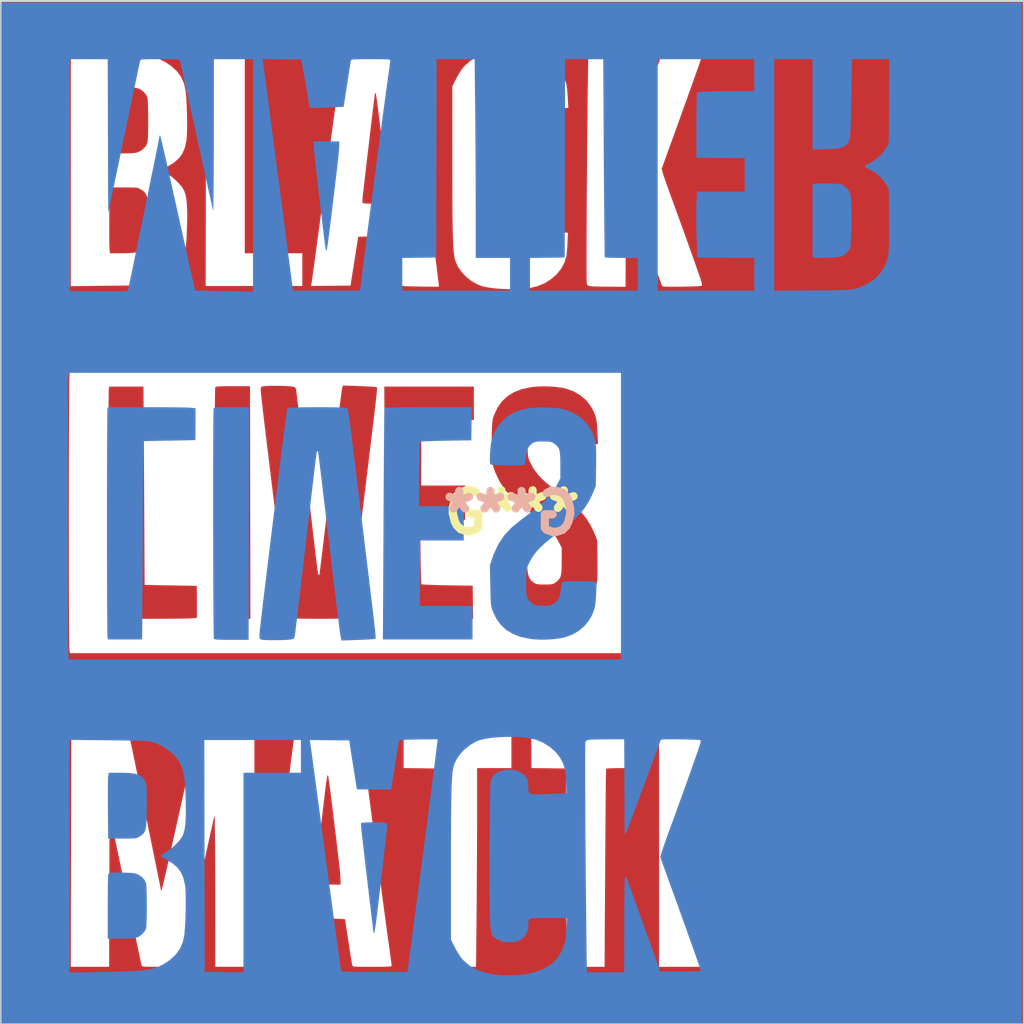
<source format=kicad_pcb>
(kicad_pcb (version 20200829) (generator pcbnew)
  (layers (0 "F.Cu" signal) (31 "B.Cu" signal) (34 "B.Paste" user) (35 "F.Paste" user) (36 "B.SilkS" user) (37 "F.SilkS" user) (38 "B.Mask" user) (39 "F.Mask" user) (44 "Edge.Cuts" user))
  (net 0 "")
  (module "art:blm-1-5-inch-f-cu" (layer "F.Cu") (at 149.352 74.4728)
    (fp_text reference "G***" (at 0 0) (layer "F.SilkS") (effects (font (size 1.524 1.524) (thickness 0.3))))
    (fp_text value "LOGO" hide)
    (fp_poly (pts (xy -6.865826 9.820248) (xy -6.851526 9.903167) (xy -6.831569 10.038322) (xy -6.805857 10.226494) (xy -6.77429 10.468464) (xy -6.73677 10.765014) (xy -6.693197 11.116926) (xy -6.643473 11.524979) (xy -6.587498 11.989955) (xy -6.525174 12.512636) (xy -6.463036 13.037574) (xy -6.442622 13.219916) (xy -6.425116 13.394145) (xy -6.411762 13.546431) (xy -6.403805 13.662946) (xy -6.40211 13.715007) (xy -6.40211 13.876201) (xy -7.363243 13.876201) (xy -7.346542 13.61565) (xy -7.340312 13.543298) (xy -7.327769 13.418539) (xy -7.309684 13.248097) (xy -7.286831 13.038696) (xy -7.259981 12.797061) (xy -7.229908 12.529915) (xy -7.197384 12.243984) (xy -7.163182 11.945991) (xy -7.128075 11.64266) (xy -7.092835 11.340717) (xy -7.058235 11.046884) (xy -7.025048 10.767887) (xy -6.994046 10.510449) (xy -6.966001 10.281294) (xy -6.941688 10.087148) (xy -6.935728 10.040554) (xy -6.917833 9.923155) (xy -6.899137 9.836414) (xy -6.882336 9.791424) (xy -6.874568 9.788785)) (layer "F.Cu") (width 0))
    (fp_poly (pts (xy 1.384816 -4.709039) (xy 1.64122 -4.689697) (xy 1.872871 -4.656989) (xy 1.997546 -4.629931) (xy 2.28445 -4.528352) (xy 2.539851 -4.381802) (xy 2.757798 -4.194812) (xy 2.932336 -3.97191) (xy 2.986794 -3.877296) (xy 3.051098 -3.746697) (xy 3.098574 -3.627389) (xy 3.132365 -3.505088) (xy 3.155616 -3.365511) (xy 3.17147 -3.194375) (xy 3.182637 -2.987368) (xy 3.201055 -2.565241) (xy 3.115445 -2.548154) (xy 3.058257 -2.542572) (xy 2.953108 -2.537754) (xy 2.811589 -2.534022) (xy 2.645294 -2.531697) (xy 2.499694 -2.531067) (xy 2.299003 -2.532055) (xy 2.150167 -2.535397) (xy 2.045513 -2.541659) (xy 1.977367 -2.551408) (xy 1.938057 -2.565211) (xy 1.927279 -2.57334) (xy 1.90249 -2.625385) (xy 1.8808 -2.720343) (xy 1.866885 -2.831763) (xy 1.832629 -3.041727) (xy 1.767539 -3.204347) (xy 1.668942 -3.324757) (xy 1.577464 -3.38726) (xy 1.505451 -3.421786) (xy 1.436814 -3.442039) (xy 1.353266 -3.45079) (xy 1.236516 -3.450814) (xy 1.171455 -3.448829) (xy 1.038939 -3.442698) (xy 0.949264 -3.432593) (xy 0.885719 -3.414176) (xy 0.831592 -3.383111) (xy 0.787485 -3.349196) (xy 0.709853 -3.282001) (xy 0.652485 -3.217256) (xy 0.61258 -3.144724) (xy 0.587337 -3.054165) (xy 0.573953 -2.935343) (xy 0.569628 -2.778018) (xy 0.571559 -2.571953) (xy 0.571758 -2.560844) (xy 0.575432 -2.378303) (xy 0.580047 -2.243246) (xy 0.587422 -2.143609) (xy 0.599373 -2.067329) (xy 0.617717 -2.002341) (xy 0.644273 -1.936582) (xy 0.676141 -1.86794) (xy 0.759326 -1.708141) (xy 0.854571 -1.558933) (xy 0.968046 -1.413919) (xy 1.10592 -1.266702) (xy 1.274363 -1.110885) (xy 1.479545 -0.94007) (xy 1.727636 -0.74786) (xy 1.831301 -0.670217) (xy 2.130375 -0.437511) (xy 2.380648 -0.218514) (xy 2.588824 -0.005359) (xy 2.76161 0.209824) (xy 2.905713 0.434902) (xy 3.027838 0.677743) (xy 3.075067 0.789097) (xy 3.171278 1.027315) (xy 3.180161 1.780295) (xy 3.182373 2.030104) (xy 3.18222 2.228785) (xy 3.179366 2.384729) (xy 3.173472 2.506328) (xy 3.164201 2.601974) (xy 3.151216 2.680058) (xy 3.14244 2.718278) (xy 3.04017 3.014991) (xy 2.892762 3.272906) (xy 2.700488 3.491756) (xy 2.463622 3.671273) (xy 2.182437 3.811188) (xy 1.95041 3.887876) (xy 1.823502 3.912238) (xy 1.652763 3.930895) (xy 1.453678 3.943488) (xy 1.241729 3.949658) (xy 1.0324 3.949049) (xy 0.841175 3.9413) (xy 0.683537 3.926054) (xy 0.636048 3.918294) (xy 0.388273 3.862267) (xy 0.183966 3.793743) (xy 0.007242 3.705145) (xy -0.157782 3.588892) (xy -0.282142 3.4802) (xy -0.473483 3.262465) (xy -0.619778 3.013103) (xy -0.715381 2.742988) (xy -0.744165 2.590621) (xy -0.760555 2.441677) (xy -0.772502 2.285564) (xy -0.779679 2.134623) (xy -0.781761 2.001192) (xy -0.778424 1.897609) (xy -0.769342 1.836215) (xy -0.764298 1.826495) (xy -0.726383 1.816961) (xy -0.639967 1.808615) (xy -0.516009 1.801603) (xy -0.365467 1.796072) (xy -0.199302 1.792165) (xy -0.028473 1.790029) (xy 0.136061 1.78981) (xy 0.28334 1.791653) (xy 0.402405 1.795703) (xy 0.482297 1.802107) (xy 0.511263 1.809552) (xy 0.527233 1.851068) (xy 0.544229 1.936056) (xy 0.559277 2.048568) (xy 0.563224 2.088096) (xy 0.588106 2.270431) (xy 0.628157 2.406573) (xy 0.689063 2.50912) (xy 0.776511 2.590673) (xy 0.796333 2.604656) (xy 0.853005 2.639467) (xy 0.909409 2.661574) (xy 0.981014 2.673804) (xy 1.083293 2.678983) (xy 1.208423 2.679953) (xy 1.347579 2.678889) (xy 1.442727 2.67358) (xy 1.509403 2.660846) (xy 1.563146 2.63751) (xy 1.619491 2.600395) (xy 1.628246 2.594082) (xy 1.701862 2.535506) (xy 1.756929 2.474776) (xy 1.796079 2.40234) (xy 1.821946 2.308648) (xy 1.837164 2.184149) (xy 1.844368 2.019291) (xy 1.84619 1.804524) (xy 1.84619 1.308712) (xy 1.74438 1.108459) (xy 1.644728 0.931657) (xy 1.528146 0.764003) (xy 1.388126 0.598733) (xy 1.218158 0.429085) (xy 1.011732 0.248293) (xy 0.762339 0.049596) (xy 0.625322 -0.054226) (xy 0.466795 -0.174635) (xy 0.31162 -0.295828) (xy 0.171359 -0.408534) (xy 0.057574 -0.50348) (xy -0.010936 -0.564469) (xy -0.259226 -0.837896) (xy -0.466031 -1.15063) (xy -0.633152 -1.505623) (xy -0.70152 -1.69719) (xy -0.781707 -1.944893) (xy -0.767147 -2.692083) (xy -0.762312 -2.924936) (xy -0.757431 -3.107107) (xy -0.751672 -3.247466) (xy -0.744206 -3.35488) (xy -0.734201 -3.438217) (xy -0.720827 -3.506347) (xy -0.703253 -3.568136) (xy -0.680648 -3.632454) (xy -0.678533 -3.638147) (xy -0.548182 -3.917737) (xy -0.38086 -4.153447) (xy -0.174893 -4.34642) (xy 0.071392 -4.497798) (xy 0.359669 -4.608724) (xy 0.691611 -4.680339) (xy 0.88034 -4.702276) (xy 1.124306 -4.713678)) (layer "F.Cu") (width 0))
    (fp_poly (pts (xy -5.693975 -4.722135) (xy -5.507806 -4.71473) (xy -5.34193 -4.706214) (xy -5.205542 -4.697214) (xy -5.107837 -4.688362) (xy -5.058009 -4.680285) (xy -5.053974 -4.678336) (xy -5.049711 -4.673355) (xy -5.046302 -4.665388) (xy -5.044084 -4.651439) (xy -5.043398 -4.628507) (xy -5.044583 -4.593596) (xy -5.047978 -4.543707) (xy -5.053922 -4.475842) (xy -5.062753 -4.387002) (xy -5.074812 -4.274189) (xy -5.090438 -4.134405) (xy -5.109969 -3.964652) (xy -5.133744 -3.761931) (xy -5.162104 -3.523244) (xy -5.195386 -3.245593) (xy -5.233931 -2.925979) (xy -5.278077 -2.561405) (xy -5.328163 -2.148872) (xy -5.384529 -1.685382) (xy -5.447513 -1.167936) (xy -5.497268 -0.75932) (xy -5.552439 -0.306242) (xy -5.606897 0.140978) (xy -5.660053 0.577501) (xy -5.711316 0.998485) (xy -5.760097 1.39909) (xy -5.805807 1.774473) (xy -5.847857 2.119795) (xy -5.885656 2.430214) (xy -5.918616 2.70089) (xy -5.946147 2.926981) (xy -5.967659 3.103647) (xy -5.982563 3.226047) (xy -5.982588 3.226251) (xy -6.01382 3.47221) (xy -6.040921 3.662159) (xy -6.064484 3.799456) (xy -6.085099 3.887458) (xy -6.10336 3.929523) (xy -6.107213 3.933005) (xy -6.147612 3.94033) (xy -6.238414 3.94649) (xy -6.37152 3.951498) (xy -6.538829 3.955366) (xy -6.73224 3.958106) (xy -6.943654 3.95973) (xy -7.16497 3.960251) (xy -7.388086 3.959681) (xy -7.604904 3.958032) (xy -7.807321 3.955316) (xy -7.987239 3.951547) (xy -8.136556 3.946735) (xy -8.247172 3.940893) (xy -8.310986 3.934034) (xy -8.32333 3.929648) (xy -8.330228 3.913277) (xy -8.338324 3.882938) (xy -8.348023 3.835565) (xy -8.359729 3.76809) (xy -8.373846 3.677446) (xy -8.390779 3.560566) (xy -8.410933 3.414384) (xy -8.434712 3.235832) (xy -8.46252 3.021843) (xy -8.494763 2.769349) (xy -8.531843 2.475285) (xy -8.574166 2.136583) (xy -8.622137 1.750176) (xy -8.676159 1.312996) (xy -8.736638 0.821977) (xy -8.784605 0.43177) (xy -8.862993 -0.206523) (xy -8.934382 -0.788338) (xy -8.999084 -1.316301) (xy -9.057412 -1.793038) (xy -9.109677 -2.221174) (xy -9.156193 -2.603336) (xy -9.197271 -2.942149) (xy -9.233223 -3.24024) (xy -9.264362 -3.500234) (xy -9.291 -3.724758) (xy -9.313448 -3.916436) (xy -9.33202 -4.077896) (xy -9.347027 -4.211763) (xy -9.358782 -4.320663) (xy -9.367597 -4.407222) (xy -9.373784 -4.474066) (xy -9.377655 -4.523821) (xy -9.379522 -4.559112) (xy -9.379811 -4.574531) (xy -9.3757 -4.653753) (xy -9.354726 -4.69316) (xy -9.303994 -4.712359) (xy -9.286782 -4.715973) (xy -9.214082 -4.723691) (xy -9.09604 -4.728774) (xy -8.946806 -4.73131) (xy -8.78053 -4.731383) (xy -8.611361 -4.729077) (xy -8.45345 -4.724479) (xy -8.320947 -4.717673) (xy -8.23445 -4.709642) (xy -8.145578 -4.694653) (xy -8.098083 -4.671856) (xy -8.074014 -4.628266) (xy -8.063117 -4.585698) (xy -8.056093 -4.54047) (xy -8.042797 -4.440706) (xy -8.023787 -4.291034) (xy -7.999623 -4.096079) (xy -7.970866 -3.860467) (xy -7.938075 -3.588825) (xy -7.90181 -3.285778) (xy -7.862631 -2.955953) (xy -7.821098 -2.603975) (xy -7.777771 -2.234471) (xy -7.75678 -2.054631) (xy -7.687809 -1.462852) (xy -7.625394 -0.927392) (xy -7.56919 -0.445419) (xy -7.518849 -0.014099) (xy -7.474026 0.369401) (xy -7.434374 0.707915) (xy -7.399548 1.004277) (xy -7.3692 1.261319) (xy -7.342986 1.481875) (xy -7.320558 1.668778) (xy -7.301571 1.824862) (xy -7.285678 1.952961) (xy -7.272533 2.055906) (xy -7.261791 2.136533) (xy -7.253104 2.197674) (xy -7.246126 2.242163) (xy -7.240512 2.272833) (xy -7.235915 2.292518) (xy -7.231989 2.30405) (xy -7.228388 2.310264) (xy -7.224765 2.313993) (xy -7.222782 2.315865) (xy -7.194708 2.320924) (xy -7.193868 2.320144) (xy -7.188881 2.289549) (xy -7.177434 2.203488) (xy -7.159971 2.065648) (xy -7.136939 1.879716) (xy -7.108779 1.649381) (xy -7.075938 1.378328) (xy -7.03886 1.070245) (xy -6.997988 0.728819) (xy -6.953768 0.357738) (xy -6.906644 -0.039312) (xy -6.857059 -0.458644) (xy -6.805459 -0.896569) (xy -6.777295 -1.136231) (xy -6.724526 -1.584143) (xy -6.673241 -2.016461) (xy -6.623906 -2.429399) (xy -6.576991 -2.819169) (xy -6.532963 -3.181985) (xy -6.492288 -3.51406) (xy -6.455435 -3.811607) (xy -6.422872 -4.070841) (xy -6.395066 -4.287973) (xy -6.372484 -4.459217) (xy -6.355595 -4.580787) (xy -6.344865 -4.648895) (xy -6.341938 -4.661765) (xy -6.310927 -4.743332)) (layer "F.Cu") (width 0))
    (fp_poly (pts (xy 19.057444 19.057444) (xy -19.057444 19.057444) (xy -19.057444 16.944324) (xy -9.263625 16.944324) (xy -8.540078 16.936347) (xy -7.81653 16.92837) (xy -7.66168 16.049941) (xy -7.62271 15.828422) (xy -7.587238 15.625927) (xy -7.556551 15.449874) (xy -7.531938 15.307679) (xy -7.514684 15.20676) (xy -7.506078 15.154534) (xy -7.50535 15.149179) (xy -7.474909 15.136797) (xy -7.386438 15.12973) (xy -7.241226 15.127982) (xy -7.040559 15.131556) (xy -6.785727 15.140459) (xy -6.654511 15.146169) (xy -6.236923 15.165274) (xy -6.108382 16.002156) (xy -6.074633 16.220505) (xy -6.043197 16.421286) (xy -6.015359 16.596479) (xy -5.992409 16.738066) (xy -5.975634 16.83803) (xy -5.966321 16.888351) (xy -5.96564 16.891149) (xy -5.957111 16.907445) (xy -5.93685 16.919961) (xy -5.897843 16.929188) (xy -5.833075 16.935621) (xy -5.735532 16.93975) (xy -5.598198 16.94207) (xy -5.414059 16.943073) (xy -5.223902 16.943259) (xy -4.986907 16.9426) (xy -4.803832 16.940429) (xy -4.669053 16.936455) (xy -4.576949 16.930388) (xy -4.521897 16.921935) (xy -4.498274 16.910806) (xy -4.496366 16.905593) (xy -4.500374 16.866804) (xy -4.51165 16.77745) (xy -4.529069 16.645927) (xy -4.551506 16.480631) (xy -4.577836 16.289956) (xy -4.601067 16.12394) (xy -4.627035 15.937392) (xy -4.659366 15.701856) (xy -4.696702 15.427394) (xy -4.737688 15.124071) (xy -4.780967 14.80195) (xy -4.825181 14.471094) (xy -4.868974 14.141567) (xy -4.900115 13.905979) (xy -4.946763 13.552329) (xy -4.998073 13.163584) (xy -5.052084 12.75458) (xy -5.106835 12.340159) (xy -5.160367 11.935158) (xy -5.210718 11.554416) (xy -5.255928 11.212773) (xy -5.269944 11.106917) (xy -5.310034 10.802772) (xy -5.350685 10.491744) (xy -5.390566 10.184204) (xy -5.428345 9.890521) (xy -5.462689 9.621067) (xy -5.492267 9.386212) (xy -5.515747 9.196327) (xy -5.522373 9.141618) (xy -5.545975 8.946754) (xy -5.568143 8.766548) (xy -5.587581 8.611308) (xy -5.602995 8.491344) (xy -5.613089 8.416965) (xy -5.614959 8.404631) (xy -5.6306 8.307854) (xy -4.049707 8.307854) (xy -4.049707 9.527538) (xy -3.41694 9.535574) (xy -2.784174 9.543611) (xy -2.769052 16.943259) (xy -1.349752 16.943259) (xy -1.330001 15.000293) (xy -1.32621 14.594601) (xy -1.322657 14.150947) (xy -1.319413 13.682534) (xy -1.316547 13.202565) (xy -1.314131 12.724243) (xy -1.312234 12.26077) (xy -1.310928 11.82535) (xy -1.310282 11.431186) (xy -1.310225 11.293024) (xy -1.310199 9.528722) (xy -0.029777 9.528722) (xy -0.029777 8.307854) (xy 0.714654 8.307854) (xy 0.714654 9.527561) (xy 1.362309 9.535586) (xy 2.009965 9.543611) (xy 2.017525 13.243435) (xy 2.025086 16.943259) (xy 3.446189 16.943259) (xy 3.468213 13.258323) (xy 3.47109 12.794649) (xy 3.474072 12.347478) (xy 3.477123 11.920423) (xy 3.480211 11.517097) (xy 3.483298 11.141111) (xy 3.486353 10.796079) (xy 3.489338 10.485614) (xy 3.492221 10.213328) (xy 3.494966 9.982833) (xy 3.497538 9.797743) (xy 3.499904 9.66167) (xy 3.502028 9.578226) (xy 3.503733 9.551055) (xy 3.536246 9.544321) (xy 3.619232 9.538401) (xy 3.743611 9.533621) (xy 3.900303 9.530307) (xy 4.080228 9.528785) (xy 4.125907 9.528722) (xy 4.734584 9.528722) (xy 4.734584 8.307854) (xy 5.479015 8.307854) (xy 5.479015 16.943259) (xy 9.082063 16.943259) (xy 9.826495 16.943259) (xy 11.255803 16.943259) (xy 11.255803 13.572308) (xy 11.739683 13.583795) (xy 11.966784 13.59224) (xy 12.144062 13.607096) (xy 12.281115 13.630825) (xy 12.387545 13.665885) (xy 12.472949 13.714735) (xy 12.546928 13.779835) (xy 12.560301 13.794044) (xy 12.586691 13.828208) (xy 12.609237 13.872037) (xy 12.628332 13.930405) (xy 12.644366 14.008189) (xy 12.657732 14.110262) (xy 12.668822 14.241501) (xy 12.678027 14.406779) (xy 12.685741 14.610973) (xy 12.692353 14.858957) (xy 12.698257 15.155606) (xy 12.703844 15.505796) (xy 12.705146 15.595838) (xy 12.724335 16.943259) (xy 14.116913 16.943259) (xy 14.108222 15.387397) (xy 14.099531 13.831536) (xy 14.016326 13.6621) (xy 13.922567 13.51482) (xy 13.790109 13.364121) (xy 13.634497 13.223803) (xy 13.471277 13.107665) (xy 13.315995 13.029506) (xy 13.295545 13.022305) (xy 13.233397 12.990752) (xy 13.206258 12.955119) (xy 13.206213 12.95387) (xy 13.211643 12.927843) (xy 13.234977 12.902905) (xy 13.286779 12.872121) (xy 13.377613 12.828556) (xy 13.440734 12.799918) (xy 13.593987 12.709431) (xy 13.749929 12.58094) (xy 13.890378 12.432006) (xy 13.997154 12.280192) (xy 14.016509 12.24374) (xy 14.099531 12.074677) (xy 14.108953 10.961248) (xy 14.111228 10.632732) (xy 14.11157 10.357173) (xy 14.109316 10.127989) (xy 14.103805 9.938596) (xy 14.094376 9.78241) (xy 14.080367 9.652849) (xy 14.061117 9.543328) (xy 14.035965 9.447266) (xy 14.004249 9.358077) (xy 13.965307 9.26918) (xy 13.932122 9.201053) (xy 13.776616 8.955612) (xy 13.574226 8.746716) (xy 13.3253 8.574636) (xy 13.030185 8.439641) (xy 12.89334 8.394304) (xy 12.839668 8.378876) (xy 12.787093 8.365958) (xy 12.729819 8.355271) (xy 12.662045 8.346537) (xy 12.577973 8.339476) (xy 12.471804 8.333811) (xy 12.337739 8.329262) (xy 12.16998 8.325551) (xy 11.962728 8.322399) (xy 11.710184 8.319529) (xy 11.40655 8.31666) (xy 11.248359 8.315267) (xy 9.826495 8.302883) (xy 9.826495 16.943259) (xy 9.082063 16.943259) (xy 9.082063 15.756253) (xy 8.027415 15.746766) (xy 7.782197 15.74389) (xy 7.555787 15.739945) (xy 7.355093 15.735151) (xy 7.187028 15.729728) (xy 7.0585 15.723896) (xy 6.976419 15.717873) (xy 6.947989 15.71249) (xy 6.942617 15.67825) (xy 6.937645 15.59088) (xy 6.933202 15.456802) (xy 6.929419 15.28244) (xy 6.926422 15.074216) (xy 6.924341 14.838553) (xy 6.923305 14.581875) (xy 6.923212 14.476734) (xy 6.923212 13.265768) (xy 8.724736 13.250006) (xy 8.724736 12.000234) (xy 6.944292 12.000234) (xy 6.922815 11.570618) (xy 6.917828 11.41777) (xy 6.91538 11.219733) (xy 6.915418 10.990814) (xy 6.917894 10.745323) (xy 6.922755 10.497568) (xy 6.927164 10.342306) (xy 6.952989 9.543611) (xy 8.017526 9.53579) (xy 9.082063 9.52797) (xy 9.082063 8.307854) (xy 5.479015 8.307854) (xy 4.734584 8.307854) (xy 0.714654 8.307854) (xy -0.029777 8.307854) (xy -4.049707 8.307854) (xy -5.6306 8.307854) (xy -8.125542 8.307854) (xy -8.143145 8.434408) (xy -8.150233 8.487525) (xy -8.16415 8.593774) (xy -8.184126 8.74722) (xy -8.209392 8.941928) (xy -8.239179 9.171961) (xy -8.272719 9.431385) (xy -8.309242 9.714264) (xy -8.34798 10.014662) (xy -8.367856 10.168933) (xy -8.418675 10.563368) (xy -8.462567 10.903731) (xy -8.500189 11.19502) (xy -8.532198 11.442234) (xy -8.559249 11.650369) (xy -8.581998 11.824425) (xy -8.601103 11.969399) (xy -8.617218 12.090289) (xy -8.631 12.192093) (xy -8.643106 12.27981) (xy -8.654192 12.358436) (xy -8.664913 12.432971) (xy -8.666936 12.446893) (xy -8.677105 12.520086) (xy -8.69384 12.64449) (xy -8.716107 12.812251) (xy -8.742871 13.015512) (xy -8.7731 13.246418) (xy -8.805758 13.497112) (xy -8.839812 13.759739) (xy -8.843321 13.78687) (xy -8.877626 14.051821) (xy -8.910754 14.306977) (xy -8.941646 14.544235) (xy -8.969243 14.755492) (xy -8.992487 14.932646) (xy -9.010318 15.067593) (xy -9.021679 15.152231) (xy -9.022282 15.156623) (xy -9.035239 15.252505) (xy -9.054221 15.395263) (xy -9.077623 15.572709) (xy -9.103839 15.772655) (xy -9.131265 15.982914) (xy -9.141909 16.06483) (xy -9.168179 16.265982) (xy -9.192826 16.452405) (xy -9.214526 16.614261) (xy -9.231953 16.741708) (xy -9.243783 16.824906) (xy -9.247216 16.847016) (xy -9.263625 16.944324) (xy -19.057444 16.944324) (xy -19.057444 16.943259) (xy -16.467023 16.943259) (xy -15.037811 16.943259) (xy -15.030219 14.065981) (xy -15.022626 11.188704) (xy -14.432192 14.013871) (xy -14.348199 14.415591) (xy -14.267477 14.80132) (xy -14.19088 15.166996) (xy -14.119263 15.508557) (xy -14.053479 15.82194) (xy -13.994383 16.103085) (xy -13.942828 16.347928) (xy -13.899669 16.552407) (xy -13.86576 16.712461) (xy -13.841955 16.824028) (xy -13.829108 16.883045) (xy -13.827196 16.891149) (xy -13.818535 16.907466) (xy -13.798136 16.919992) (xy -13.758973 16.929223) (xy -13.694017 16.935652) (xy -13.59624 16.939774) (xy -13.458614 16.942085) (xy -13.274111 16.943079) (xy -13.087105 16.943259) (xy -12.859793 16.942962) (xy -12.684994 16.941743) (xy -12.555669 16.939105) (xy -12.464778 16.934555) (xy -12.405281 16.927596) (xy -12.370138 16.917736) (xy -12.35231 16.904478) (xy -12.345801 16.891149) (xy -12.337256 16.855088) (xy -12.316868 16.764981) (xy -12.285551 16.624956) (xy -12.244217 16.439137) (xy -12.193779 16.211653) (xy -12.135149 15.94663) (xy -12.06924 15.648194) (xy -11.996965 15.320472) (xy -11.919237 14.967591) (xy -11.836969 14.593678) (xy -11.751072 14.202859) (xy -11.731647 14.11442) (xy -11.644838 13.719427) (xy -11.561275 13.339738) (xy -11.481889 12.979552) (xy -11.407611 12.643071) (xy -11.339372 12.334497) (xy -11.278104 12.058031) (xy -11.224737 11.817873) (xy -11.180204 11.618227) (xy -11.145436 11.463292) (xy -11.121363 11.35727) (xy -11.108917 11.304363) (xy -11.107889 11.300469) (xy -11.104074 11.316021) (xy -11.100409 11.387696) (xy -11.096929 11.512063) (xy -11.093669 11.685691) (xy -11.090664 11.905149) (xy -11.087947 12.167005) (xy -11.085555 12.467829) (xy -11.08352 12.804189) (xy -11.081879 13.172654) (xy -11.080666 13.569793) (xy -11.079915 13.992175) (xy -11.079825 14.077198) (xy -11.07714 16.943259) (xy -9.618054 16.943259) (xy -9.618054 8.268883) (xy -10.696858 8.290228) (xy -10.943827 8.295261) (xy -11.171105 8.300176) (xy -11.372039 8.304805) (xy -11.539978 8.308985) (xy -11.66827 8.312549) (xy -11.750265 8.315333) (xy -11.779306 8.317158) (xy -11.786125 8.346375) (xy -11.804952 8.429789) (xy -11.834907 8.563456) (xy -11.875111 8.74343) (xy -11.924688 8.965765) (xy -11.982757 9.226516) (xy -12.048441 9.521736) (xy -12.12086 9.84748) (xy -12.199138 10.199803) (xy -12.282394 10.574758) (xy -12.369751 10.968401) (xy -12.413688 11.166471) (xy -12.523654 11.661861) (xy -12.621551 12.10193) (xy -12.708047 12.489536) (xy -12.783811 12.827535) (xy -12.849513 13.118783) (xy -12.905821 13.366137) (xy -12.953405 13.572452) (xy -12.992934 13.740585) (xy -13.025076 13.873393) (xy -13.0505 13.973731) (xy -13.069876 14.044457) (xy -13.083872 14.088426) (xy -13.093157 14.108495) (xy -13.098402 14.10752) (xy -13.099978 14.096667) (xy -13.106166 14.062713) (xy -13.123378 13.975277) (xy -13.150621 13.839203) (xy -13.186902 13.659341) (xy -13.231228 13.440535) (xy -13.282606 13.187632) (xy -13.340043 12.90548) (xy -13.402546 12.598925) (xy -13.469123 12.272813) (xy -13.538779 11.931991) (xy -13.610524 11.581306) (xy -13.683362 11.225604) (xy -13.756302 10.869732) (xy -13.828351 10.518536) (xy -13.898515 10.176864) (xy -13.965803 9.849562) (xy -14.029219 9.541476) (xy -14.087773 9.257453) (xy -14.140471 9.002339) (xy -14.18632 8.780982) (xy -14.224327 8.598228) (xy -14.253499 8.458924) (xy -14.272843 8.367915) (xy -14.281366 8.33005) (xy -14.281435 8.329818) (xy -14.288786 8.31609) (xy -14.305502 8.305063) (xy -14.337343 8.296502) (xy -14.390074 8.290172) (xy -14.469458 8.285836) (xy -14.581256 8.283259) (xy -14.731234 8.282206) (xy -14.925153 8.282442) (xy -15.168776 8.283731) (xy -15.374633 8.285152) (xy -16.451935 8.292966) (xy -16.459479 12.618112) (xy -16.467023 16.943259) (xy -19.057444 16.943259) (xy -19.057444 0.386551) (xy -16.540767 0.386551) (xy -16.540632 0.865302) (xy -16.540295 1.337276) (xy -16.539757 1.798681) (xy -16.539015 2.245723) (xy -16.53807 2.674607) (xy -16.536922 3.08154) (xy -16.535569 3.462728) (xy -16.53401 3.814379) (xy -16.532247 4.132697) (xy -16.530276 4.413889) (xy -16.528099 4.654162) (xy -16.525715 4.849722) (xy -16.523122 4.996775) (xy -16.520321 5.091528) (xy -16.517584 5.129132) (xy -16.493902 5.240797) (xy 4.109261 5.240797) (xy 4.109261 -5.449238) (xy -16.490725 -5.449238) (xy -16.515996 -5.099355) (xy -16.519006 -5.02813) (xy -16.521823 -4.902981) (xy -16.524448 -4.727703) (xy -16.52688 -4.50609) (xy -16.529118 -4.241934) (xy -16.531161 -3.93903) (xy -16.533009 -3.601172) (xy -16.534661 -3.232152) (xy -16.536118 -2.835766) (xy -16.537377 -2.415806) (xy -16.538439 -1.976066) (xy -16.539303 -1.52034) (xy -16.539968 -1.052422) (xy -16.540435 -0.576104) (xy -16.540701 -0.095183) (xy -16.540767 0.386551) (xy -19.057444 0.386551) (xy -19.057444 -8.451023) (xy -16.466823 -8.451023) (xy -16.007083 -8.455698) (xy -7.505265 -8.455698) (xy -6.767846 -8.463664) (xy -6.030426 -8.47163) (xy -6.005929 -8.635405) (xy -5.994364 -8.710782) (xy -5.975031 -8.834579) (xy -5.949569 -8.99641) (xy -5.919613 -9.185885) (xy -5.886802 -9.39262) (xy -5.864221 -9.534455) (xy -5.83211 -9.736531) (xy -5.803357 -9.918696) (xy -5.779225 -10.072842) (xy -5.760981 -10.190858) (xy -5.749887 -10.264634) (xy -5.747011 -10.286331) (xy -5.71867 -10.291215) (xy -5.639388 -10.29553) (xy -5.51778 -10.299052) (xy -5.362459 -10.301558) (xy -5.182039 -10.302823) (xy -5.109166 -10.302931) (xy -4.471321 -10.302931) (xy -4.454014 -10.221044) (xy -4.444775 -10.169936) (xy -4.427815 -10.068892) (xy -4.404582 -9.92682) (xy -4.376521 -9.752629) (xy -4.345081 -9.555227) (xy -4.317407 -9.379836) (xy -4.284285 -9.170007) (xy -4.253379 -8.97606) (xy -4.226129 -8.806887) (xy -4.203974 -8.671377) (xy -4.188354 -8.578419) (xy -4.181372 -8.539891) (xy -4.169241 -8.49794) (xy -4.145293 -8.472926) (xy -4.09567 -8.459388) (xy -4.006513 -8.451862) (xy -3.950842 -8.449031) (xy -3.845771 -8.445119) (xy -3.697317 -8.441092) (xy -3.52165 -8.437318) (xy -3.334941 -8.434162) (xy -3.238277 -8.43288) (xy -2.739508 -8.426964) (xy -2.739508 -8.496625) (xy -2.743247 -8.536177) (xy -2.754007 -8.629424) (xy -2.771104 -8.77101) (xy -2.793852 -8.955577) (xy -2.821566 -9.177766) (xy -2.85356 -9.432221) (xy -2.889151 -9.713584) (xy -2.927652 -10.016497) (xy -2.968378 -10.335602) (xy -3.010645 -10.665541) (xy -3.053768 -11.000958) (xy -3.09706 -11.336493) (xy -3.139838 -11.66679) (xy -3.181415 -11.986491) (xy -3.221107 -12.290238) (xy -3.258229 -12.572673) (xy -3.292095 -12.82844) (xy -3.322021 -13.052179) (xy -3.322714 -13.057327) (xy -3.341058 -13.194165) (xy -3.366166 -13.382421) (xy -3.397026 -13.614467) (xy -3.432627 -13.882676) (xy -3.471958 -14.17942) (xy -3.514008 -14.497072) (xy -3.557766 -14.828006) (xy -3.602219 -15.164592) (xy -3.628671 -15.365065) (xy -3.699507 -15.902137) (xy -2.233294 -15.902137) (xy -2.233222 -13.124867) (xy -2.232965 -12.589906) (xy -2.232149 -12.111001) (xy -2.230667 -11.684656) (xy -2.228409 -11.307376) (xy -2.225266 -10.975663) (xy -2.22113 -10.686021) (xy -2.215893 -10.434955) (xy -2.209444 -10.218967) (xy -2.201676 -10.034562) (xy -2.19248 -9.878243) (xy -2.181746 -9.746513) (xy -2.169366 -9.635878) (xy -2.155232 -9.542839) (xy -2.139234 -9.463902) (xy -2.121263 -9.39557) (xy -2.116717 -9.380591) (xy -2.026086 -9.177439) (xy -1.887064 -8.978569) (xy -1.710504 -8.794352) (xy -1.507257 -8.635156) (xy -1.288176 -8.511352) (xy -1.150588 -8.457378) (xy -0.972324 -8.413108) (xy -0.748694 -8.378467) (xy -0.493195 -8.354034) (xy -0.219323 -8.340387) (xy 0.059425 -8.338103) (xy 0.329552 -8.347761) (xy 0.577563 -8.369937) (xy 0.652781 -8.380181) (xy 0.943471 -8.449101) (xy 1.213347 -8.562381) (xy 1.456011 -8.714472) (xy 1.665065 -8.899824) (xy 1.834112 -9.112887) (xy 1.956754 -9.348111) (xy 1.99332 -9.473004) (xy 2.773509 -9.473004) (xy 2.773641 -9.205754) (xy 2.774279 -8.979525) (xy 2.775445 -8.798339) (xy 2.777159 -8.666216) (xy 2.779442 -8.587177) (xy 2.781119 -8.56677) (xy 2.788788 -8.528445) (xy 2.800228 -8.498545) (xy 2.822238 -8.475962) (xy 2.861619 -8.45959) (xy 2.925168 -8.448321) (xy 3.019685 -8.441049) (xy 3.151969 -8.436666) (xy 3.328819 -8.434065) (xy 3.557034 -8.432139) (xy 3.610492 -8.431729) (xy 4.22837 -8.426964) (xy 4.235815 -9.804162) (xy 4.237362 -10.103412) (xy 4.238764 -10.399597) (xy 4.239987 -10.684193) (xy 4.241002 -10.948676) (xy 4.241776 -11.184522) (xy 4.242278 -11.383207) (xy 4.242478 -11.536206) (xy 4.242434 -11.605022) (xy 4.243479 -11.753929) (xy 4.246911 -11.876881) (xy 4.252248 -11.964019) (xy 4.259009 -12.005485) (xy 4.262063 -12.007015) (xy 4.276533 -11.975218) (xy 4.309561 -11.89302) (xy 4.359088 -11.765892) (xy 4.423056 -11.599305) (xy 4.499406 -11.398731) (xy 4.58608 -11.169642) (xy 4.681019 -10.917507) (xy 4.782164 -10.6478) (xy 4.887458 -10.36599) (xy 4.994842 -10.077549) (xy 5.102256 -9.787948) (xy 5.207644 -9.50266) (xy 5.308945 -9.227154) (xy 5.345734 -9.126729) (xy 5.411629 -8.946821) (xy 5.471563 -8.783519) (xy 5.522172 -8.645954) (xy 5.560097 -8.54326) (xy 5.581975 -8.484568) (xy 5.584952 -8.47679) (xy 5.594919 -8.45981) (xy 5.614567 -8.446948) (xy 5.651046 -8.437775) (xy 5.711508 -8.431861) (xy 5.803104 -8.428777) (xy 5.932984 -8.428095) (xy 6.108299 -8.429384) (xy 6.329296 -8.432124) (xy 6.531228 -8.435705) (xy 6.713245 -8.440583) (xy 6.866924 -8.446398) (xy 6.983842 -8.452789) (xy 7.055577 -8.459395) (xy 7.074436 -8.463993) (xy 7.080065 -8.503524) (xy 7.068355 -8.57718) (xy 7.058852 -8.61288) (xy 7.034626 -8.688305) (xy 6.992324 -8.81325) (xy 6.934237 -8.981273) (xy 6.86266 -9.185932) (xy 6.779885 -9.420784) (xy 6.688205 -9.679388) (xy 6.589913 -9.9553) (xy 6.487302 -10.242079) (xy 6.382665 -10.533282) (xy 6.278296 -10.822466) (xy 6.176487 -11.103191) (xy 6.079531 -11.369013) (xy 6.022757 -11.523799) (xy 5.937653 -11.756471) (xy 5.857021 -11.979238) (xy 5.783772 -12.183885) (xy 5.720815 -12.362193) (xy 5.67106 -12.505947) (xy 5.637419 -12.606931) (xy 5.626319 -12.643078) (xy 5.574786 -12.824375) (xy 5.945132 -13.849057) (xy 6.12223 -14.339516) (xy 6.286944 -14.796606) (xy 6.438505 -15.218162) (xy 6.576143 -15.60202) (xy 6.699088 -15.946015) (xy 6.806571 -16.247982) (xy 6.897821 -16.505757) (xy 6.97207 -16.717175) (xy 7.028547 -16.880071) (xy 7.066482 -16.992281) (xy 7.085107 -17.05164) (xy 7.086987 -17.060379) (xy 7.06079 -17.071472) (xy 6.981239 -17.080126) (xy 6.84689 -17.086403) (xy 6.656303 -17.090362) (xy 6.408035 -17.092065) (xy 6.330401 -17.092146) (xy 5.573814 -17.092146) (xy 5.514468 -16.920926) (xy 5.48643 -16.841122) (xy 5.441982 -16.715992) (xy 5.38335 -16.551718) (xy 5.312762 -16.354482) (xy 5.232443 -16.130467) (xy 5.144621 -15.885856) (xy 5.051522 -15.626829) (xy 4.955373 -15.359571) (xy 4.858399 -15.090263) (xy 4.762829 -14.825088) (xy 4.670887 -14.570228) (xy 4.584802 -14.331865) (xy 4.506798 -14.116183) (xy 4.439104 -13.929362) (xy 4.383945 -13.777587) (xy 4.343548 -13.667038) (xy 4.32014 -13.603899) (xy 4.316039 -13.593318) (xy 4.279568 -13.503986) (xy 4.256937 -13.578429) (xy 4.252755 -13.621203) (xy 4.248722 -13.718005) (xy 4.244918 -13.863309) (xy 4.241419 -14.051588) (xy 4.238304 -14.277315) (xy 4.235652 -14.534964) (xy 4.233541 -14.819009) (xy 4.232049 -15.123923) (xy 4.231338 -15.387398) (xy 4.22837 -17.121923) (xy 2.836884 -17.121923) (xy 2.81807 -15.670282) (xy 2.813117 -15.27019) (xy 2.808356 -14.850809) (xy 2.803808 -14.416161) (xy 2.799495 -13.970265) (xy 2.795437 -13.517143) (xy 2.791656 -13.060814) (xy 2.788172 -12.6053) (xy 2.785006 -12.154622) (xy 2.782179 -11.7128) (xy 2.779712 -11.283854) (xy 2.777626 -10.871806) (xy 2.775942 -10.480677) (xy 2.77468 -10.114486) (xy 2.773862 -9.777255) (xy 2.773509 -9.473004) (xy 1.99332 -9.473004) (xy 2.020798 -9.566853) (xy 2.033903 -9.660165) (xy 2.046754 -9.793941) (xy 2.057742 -9.949109) (xy 2.064374 -10.082574) (xy 2.078382 -10.442873) (xy 1.674694 -10.462234) (xy 1.491089 -10.46989) (xy 1.296124 -10.476116) (xy 1.114035 -10.480239) (xy 0.978508 -10.481595) (xy 0.846239 -10.481948) (xy 0.757307 -10.476463) (xy 0.702444 -10.455321) (xy 0.672382 -10.408704) (xy 0.657853 -10.326793) (xy 0.649588 -10.19977) (xy 0.645661 -10.128989) (xy 0.629148 -9.978906) (xy 0.593157 -9.868768) (xy 0.527287 -9.782987) (xy 0.421134 -9.705974) (xy 0.329538 -9.655276) (xy 0.208662 -9.598544) (xy 0.106029 -9.568993) (xy -0.008368 -9.558894) (xy -0.046151 -9.5585) (xy -0.259642 -9.578857) (xy -0.444148 -9.637234) (xy -0.592906 -9.729586) (xy -0.699156 -9.851868) (xy -0.752072 -9.980797) (xy -0.758286 -10.036867) (xy -0.76415 -10.147028) (xy -0.769638 -10.305819) (xy -0.774726 -10.507776) (xy -0.779389 -10.747438) (xy -0.7836 -11.019342) (xy -0.787336 -11.318026) (xy -0.790571 -11.638028) (xy -0.793281 -11.973885) (xy -0.79544 -12.320135) (xy -0.797023 -12.671316) (xy -0.798005 -13.021966) (xy -0.798361 -13.366623) (xy -0.798067 -13.699823) (xy -0.797097 -14.016105) (xy -0.795425 -14.310007) (xy -0.793028 -14.576066) (xy -0.789879 -14.808819) (xy -0.785955 -15.002806) (xy -0.781229 -15.152563) (xy -0.7762 -15.245956) (xy -0.760213 -15.437587) (xy -0.742125 -15.580142) (xy -0.717062 -15.684032) (xy -0.680152 -15.759669) (xy -0.626525 -15.817468) (xy -0.551308 -15.86784) (xy -0.463521 -15.914225) (xy -0.361919 -15.960773) (xy -0.271912 -15.987489) (xy -0.168853 -15.999597) (xy -0.04797 -16.002318) (xy 0.095079 -15.998346) (xy 0.199032 -15.983449) (xy 0.283874 -15.954172) (xy 0.312661 -15.939936) (xy 0.472441 -15.827444) (xy 0.581718 -15.684313) (xy 0.641712 -15.508454) (xy 0.655099 -15.353568) (xy 0.654287 -15.274031) (xy 0.656425 -15.212822) (xy 0.668373 -15.167554) (xy 0.696993 -15.13584) (xy 0.749144 -15.115293) (xy 0.831689 -15.103526) (xy 0.951487 -15.098151) (xy 1.115399 -15.096783) (xy 1.330286 -15.097034) (xy 1.392324 -15.097069) (xy 2.0934 -15.097069) (xy 2.074878 -15.476729) (xy 2.063645 -15.641083) (xy 2.047043 -15.802367) (xy 2.027373 -15.941299) (xy 2.008378 -16.033432) (xy 1.904027 -16.317853) (xy 1.755427 -16.563586) (xy 1.56225 -16.770842) (xy 1.324163 -16.939828) (xy 1.040837 -17.070753) (xy 0.711941 -17.163828) (xy 0.337145 -17.219261) (xy 0.111294 -17.233781) (xy -0.308004 -17.232894) (xy -0.681752 -17.195991) (xy -1.012396 -17.122308) (xy -1.302386 -17.011084) (xy -1.554169 -16.861554) (xy -1.770194 -16.672958) (xy -1.803205 -16.637327) (xy -1.877185 -16.542427) (xy -1.962428 -16.413719) (xy -2.04581 -16.271727) (xy -2.087451 -16.192764) (xy -2.233294 -15.902137) (xy -3.699507 -15.902137) (xy -3.858425 -17.107034) (xy -5.083149 -17.107034) (xy -5.347514 -17.106617) (xy -5.593128 -17.105427) (xy -5.813656 -17.103553) (xy -6.00276 -17.101086) (xy -6.154104 -17.098116) (xy -6.261352 -17.094734) (xy -6.318168 -17.09103) (xy -6.325555 -17.089323) (xy -6.331485 -17.058256) (xy -6.344779 -16.971467) (xy -6.364984 -16.83227) (xy -6.391646 -16.643981) (xy -6.424311 -16.409916) (xy -6.462526 -16.133392) (xy -6.505837 -15.817723) (xy -6.55379 -15.466227) (xy -6.605932 -15.082218) (xy -6.661809 -14.669012) (xy -6.720967 -14.229925) (xy -6.782952 -13.768274) (xy -6.847312 -13.287373) (xy -6.908178 -12.831175) (xy -6.974392 -12.334539) (xy -7.038622 -11.853492) (xy -7.100415 -11.391402) (xy -7.159315 -10.951637) (xy -7.214869 -10.537565) (xy -7.266623 -10.152553) (xy -7.314123 -9.799968) (xy -7.356913 -9.483178) (xy -7.394541 -9.205551) (xy -7.426552 -8.970454) (xy -7.452492 -8.781254) (xy -7.471906 -8.641319) (xy -7.484341 -8.554017) (xy -7.489192 -8.523218) (xy -7.505265 -8.455698) (xy -16.007083 -8.455698) (xy -15.904514 -8.456741) (xy -11.434667 -8.456741) (xy -7.831419 -8.456741) (xy -7.831419 -9.677609) (xy -9.975381 -9.677609) (xy -9.975381 -17.122982) (xy -10.69748 -17.115008) (xy -11.419578 -17.107034) (xy -11.427122 -12.781888) (xy -11.434667 -8.456741) (xy -15.904514 -8.456741) (xy -15.030071 -8.465633) (xy -14.675897 -8.469921) (xy -14.358648 -8.475159) (xy -14.081981 -8.481235) (xy -13.849556 -8.48804) (xy -13.665033 -8.495464) (xy -13.532071 -8.503396) (xy -13.454329 -8.511727) (xy -13.44632 -8.513297) (xy -13.215126 -8.587709) (xy -12.978601 -8.70339) (xy -12.758095 -8.848364) (xy -12.592889 -8.992044) (xy -12.484516 -9.109783) (xy -12.395064 -9.227264) (xy -12.322548 -9.351838) (xy -12.264983 -9.490859) (xy -12.220385 -9.651677) (xy -12.186771 -9.841645) (xy -12.162156 -10.068114) (xy -12.144556 -10.338437) (xy -12.131987 -10.659965) (xy -12.130652 -10.704747) (xy -12.124447 -11.030999) (xy -12.126741 -11.304426) (xy -12.138062 -11.531222) (xy -12.15894 -11.71758) (xy -12.189905 -11.869695) (xy -12.231484 -11.99376) (xy -12.243033 -12.019902) (xy -12.320929 -12.146882) (xy -12.437382 -12.286584) (xy -12.57794 -12.424586) (xy -12.728152 -12.546466) (xy -12.848886 -12.624536) (xy -12.970829 -12.69312) (xy -13.042232 -12.740988) (xy -13.063518 -12.778244) (xy -13.035108 -12.814992) (xy -12.957424 -12.861334) (xy -12.860869 -12.911696) (xy -12.624319 -13.054839) (xy -12.441245 -13.213661) (xy -12.306029 -13.396449) (xy -12.213053 -13.611492) (xy -12.1567 -13.867076) (xy -12.144505 -13.968479) (xy -12.134717 -14.11858) (xy -12.129447 -14.314454) (xy -12.128415 -14.542512) (xy -12.131341 -14.789164) (xy -12.137946 -15.040822) (xy -12.147948 -15.283897) (xy -12.161068 -15.504801) (xy -12.177027 -15.689944) (xy -12.180641 -15.722392) (xy -12.240499 -16.001829) (xy -12.351691 -16.252112) (xy -12.514883 -16.474219) (xy -12.730744 -16.669127) (xy -12.908441 -16.786913) (xy -13.013878 -16.846565) (xy -13.115658 -16.897719) (xy -13.219355 -16.941128) (xy -13.330543 -16.977546) (xy -13.454796 -17.007728) (xy -13.597687 -17.032427) (xy -13.764791 -17.052399) (xy -13.961681 -17.068397) (xy -14.193933 -17.081176) (xy -14.467118 -17.091489) (xy -14.786813 -17.100091) (xy -15.15859 -17.107737) (xy -15.298066 -17.110256) (xy -16.466823 -17.130847) (xy -16.466823 -8.451023) (xy -19.057444 -8.451023) (xy -19.057444 -19.057444) (xy 19.057444 -19.057444)) (layer "F.Cu") (width 0))
    (fp_poly (pts (xy -14.312032 -12.133805) (xy -14.171851 -12.131778) (xy -14.07074 -12.127029) (xy -13.99846 -12.118439) (xy -13.944768 -12.104887) (xy -13.899425 -12.085254) (xy -13.862047 -12.064278) (xy -13.78611 -12.016341) (xy -13.725315 -11.967227) (xy -13.677963 -11.909936) (xy -13.642356 -11.837466) (xy -13.616796 -11.742816) (xy -13.599584 -11.618985) (xy -13.589022 -11.458972) (xy -13.583412 -11.255775) (xy -13.581054 -11.002393) (xy -13.580695 -10.904442) (xy -13.580335 -10.653178) (xy -13.581713 -10.453697) (xy -13.586089 -10.29823) (xy -13.59472 -10.179007) (xy -13.608866 -10.088259) (xy -13.629785 -10.018217) (xy -13.658737 -9.96111) (xy -13.696981 -9.90917) (xy -13.745774 -9.854626) (xy -13.751845 -9.848128) (xy -13.825374 -9.786548) (xy -13.920495 -9.740559) (xy -14.045371 -9.708447) (xy -14.208168 -9.688499) (xy -14.417051 -9.679003) (xy -14.564659 -9.677609) (xy -15.004089 -9.677609) (xy -15.022111 -9.804162) (xy -15.026009 -9.8626) (xy -15.029143 -9.972994) (xy -15.031455 -10.127748) (xy -15.032887 -10.319267) (xy -15.033382 -10.539957) (xy -15.032882 -10.782223) (xy -15.03138 -11.032474) (xy -15.022626 -12.134232) (xy -14.501524 -12.134232)) (layer "F.Cu") (width 0))
    (fp_poly (pts (xy -1.429309 -3.454162) (xy -3.394607 -3.454162) (xy -3.394607 -1.012427) (xy -1.756858 -1.012427) (xy -1.756858 0.267995) (xy -3.430943 0.267995) (xy -3.420145 1.456679) (xy -3.417182 1.717365) (xy -3.413288 1.959514) (xy -3.408651 2.17664) (xy -3.403461 2.362259) (xy -3.397908 2.509883) (xy -3.392181 2.613027) (xy -3.386471 2.665205) (xy -3.384655 2.670102) (xy -3.349853 2.676612) (xy -3.262832 2.683417) (xy -3.130925 2.690219) (xy -2.961467 2.696716) (xy -2.761789 2.702608) (xy -2.539225 2.707595) (xy -2.416969 2.70973) (xy -1.473974 2.724619) (xy -1.465926 3.342497) (xy -1.457877 3.960375) (xy -3.079585 3.960375) (xy -3.38465 3.959977) (xy -3.671492 3.958831) (xy -3.934651 3.957013) (xy -4.168662 3.954597) (xy -4.368063 3.951658) (xy -4.527393 3.948271) (xy -4.641188 3.944509) (xy -4.703987 3.940448) (xy -4.714861 3.938042) (xy -4.71659 3.906184) (xy -4.718556 3.818108) (xy -4.720729 3.677151) (xy -4.723084 3.486649) (xy -4.725593 3.249939) (xy -4.728227 2.970358) (xy -4.73096 2.651241) (xy -4.733765 2.295925) (xy -4.736613 1.907747) (xy -4.739478 1.490042) (xy -4.742332 1.046148) (xy -4.745147 0.579401) (xy -4.747897 0.093138) (xy -4.750478 -0.394549) (xy -4.772526 -4.704807) (xy -1.429309 -4.704807)) (layer "F.Cu") (width 0))
    (fp_poly (pts (xy -14.583412 -15.869981) (xy -14.413238 -15.867876) (xy -14.253574 -15.862969) (xy -14.118877 -15.85591) (xy -14.023609 -15.847352) (xy -14.000178 -15.843731) (xy -13.874777 -15.794424) (xy -13.754765 -15.704898) (xy -13.658633 -15.592059) (xy -13.608004 -15.485215) (xy -13.59906 -15.421934) (xy -13.591823 -15.309576) (xy -13.586299 -15.158597) (xy -13.582494 -14.97945) (xy -13.580415 -14.78259) (xy -13.580067 -14.578471) (xy -13.581457 -14.377547) (xy -13.584591 -14.190272) (xy -13.589475 -14.027101) (xy -13.596116 -13.898488) (xy -13.604519 -13.814887) (xy -13.607006 -13.801759) (xy -13.660923 -13.682893) (xy -13.758536 -13.571772) (xy -13.884342 -13.482638) (xy -14.008282 -13.433132) (xy -14.086813 -13.420916) (xy -14.209628 -13.410707) (xy -14.361466 -13.403411) (xy -14.527067 -13.399933) (xy -14.570792 -13.399766) (xy -14.738717 -13.400105) (xy -14.85652 -13.402064) (xy -14.933633 -13.407053) (xy -14.979489 -13.416483) (xy -15.003519 -13.431764) (xy -15.015156 -13.454308) (xy -15.018747 -13.466765) (xy -15.022733 -13.510683) (xy -15.026433 -13.607297) (xy -15.029744 -13.749748) (xy -15.032564 -13.931177) (xy -15.034792 -14.144725) (xy -15.036325 -14.383534) (xy -15.037062 -14.640746) (xy -15.037108 -14.702521) (xy -15.037515 -15.871278)) (layer "F.Cu") (width 0))
    (fp_poly (pts (xy 11.673875 9.528974) (xy 11.834635 9.535284) (xy 11.996632 9.545294) (xy 12.146297 9.558242) (xy 12.270059 9.573371) (xy 12.354351 9.58992) (xy 12.376805 9.598145) (xy 12.48329 9.674066) (xy 12.585685 9.780145) (xy 12.654739 9.882333) (xy 12.6669 9.935115) (xy 12.677935 10.038083) (xy 12.687665 10.181875) (xy 12.695909 10.35713) (xy 12.702488 10.554487) (xy 12.707222 10.764585) (xy 12.709932 10.978062) (xy 12.710438 11.185557) (xy 12.70856 11.37771) (xy 12.704119 11.545157) (xy 12.696935 11.678539) (xy 12.690471 11.744389) (xy 12.662563 11.90325) (xy 12.620671 12.019776) (xy 12.555296 12.11102) (xy 12.456938 12.19403) (xy 12.429198 12.21338) (xy 12.371714 12.248948) (xy 12.314269 12.272702) (xy 12.242177 12.28761) (xy 12.140747 12.296641) (xy 11.995291 12.302762) (xy 11.985346 12.303085) (xy 11.825045 12.306725) (xy 11.661911 12.307878) (xy 11.520073 12.306481) (xy 11.456799 12.304465) (xy 11.255803 12.295286) (xy 11.255803 9.559634) (xy 11.334713 9.539829) (xy 11.410345 9.530487) (xy 11.527922 9.527122)) (layer "F.Cu") (width 0))
    (fp_poly (pts (xy -9.766741 3.960375) (xy -10.418755 3.960375) (xy -10.634877 3.959909) (xy -10.798736 3.958169) (xy -10.917621 3.954643) (xy -10.998818 3.948819) (xy -11.049614 3.940185) (xy -11.077296 3.928228) (xy -11.088842 3.913274) (xy -11.091873 3.876008) (xy -11.094614 3.783493) (xy -11.097069 3.639814) (xy -11.099245 3.449055) (xy -11.101147 3.215301) (xy -11.102779 2.942636) (xy -11.104148 2.635144) (xy -11.105258 2.296909) (xy -11.106114 1.932017) (xy -11.106723 1.54455) (xy -11.107089 1.138594) (xy -11.107217 0.718234) (xy -11.107112 0.287552) (xy -11.106781 -0.149366) (xy -11.106228 -0.588436) (xy -11.105458 -1.025573) (xy -11.104477 -1.456694) (xy -11.10329 -1.877714) (xy -11.101902 -2.284548) (xy -11.100318 -2.673113) (xy -11.098545 -3.039323) (xy -11.096586 -3.379095) (xy -11.094447 -3.688344) (xy -11.092134 -3.962986) (xy -11.089652 -4.198937) (xy -11.087005 -4.392112) (xy -11.0842 -4.538426) (xy -11.081242 -4.633796) (xy -11.078135 -4.674137) (xy -11.077791 -4.675029) (xy -11.059832 -4.690173) (xy -11.022789 -4.701569) (xy -10.959349 -4.70971) (xy -10.862201 -4.71509) (xy -10.724033 -4.718201) (xy -10.537533 -4.719538) (xy -10.415703 -4.719695) (xy -9.781829 -4.719695)) (layer "F.Cu") (width 0))
    (fp_poly (pts (xy -13.752733 -4.310258) (xy -13.751985 -4.227316) (xy -13.750948 -4.08923) (xy -13.74965 -3.90041) (xy -13.748117 -3.665265) (xy -13.746376 -3.388207) (xy -13.744453 -3.073643) (xy -13.742375 -2.725985) (xy -13.740169 -2.349642) (xy -13.737861 -1.949023) (xy -13.735477 -1.52854) (xy -13.733046 -1.0926) (xy -13.730592 -0.645615) (xy -13.7304 -0.610434) (xy -13.712427 2.694842) (xy -12.744666 2.712347) (xy -12.510982 2.716714) (xy -12.297158 2.720976) (xy -12.110257 2.724972) (xy -11.957342 2.728541) (xy -11.845477 2.73152) (xy -11.781725 2.733749) (xy -11.769461 2.73468) (xy -11.767189 2.76449) (xy -11.765196 2.84481) (xy -11.763597 2.966596) (xy -11.762503 3.120806) (xy -11.762028 3.298394) (xy -11.762017 3.330811) (xy -11.762017 3.922114) (xy -11.945048 3.941244) (xy -12.011472 3.945089) (xy -12.130738 3.948675) (xy -12.296138 3.951925) (xy -12.500959 3.954759) (xy -12.738491 3.9571) (xy -13.002024 3.958869) (xy -13.284845 3.959987) (xy -13.579324 3.960375) (xy -15.030569 3.960375) (xy -15.048524 3.893376) (xy -15.050931 3.854986) (xy -15.053165 3.761176) (xy -15.055227 3.616081) (xy -15.057116 3.423835) (xy -15.058833 3.188572) (xy -15.060377 2.914428) (xy -15.061749 2.605536) (xy -15.062948 2.266031) (xy -15.063973 1.900048) (xy -15.064826 1.511721) (xy -15.065506 1.105184) (xy -15.066013 0.684572) (xy -15.066346 0.254019) (xy -15.066507 -0.182339) (xy -15.066493 -0.62037) (xy -15.066307 -1.055937) (xy -15.065947 -1.484907) (xy -15.065413 -1.903146) (xy -15.064706 -2.306518) (xy -15.063825 -2.69089) (xy -15.062771 -3.052126) (xy -15.061542 -3.386093) (xy -15.060139 -3.688656) (xy -15.058563 -3.95568) (xy -15.056812 -4.183031) (xy -15.054887 -4.366575) (xy -15.052788 -4.502177) (xy -15.050515 -4.585702) (xy -15.048681 -4.611753) (xy -15.030071 -4.704807) (xy -13.757093 -4.704807)) (layer "F.Cu") (width 0))
    (fp_poly (pts (xy -5.094823 -15.645271) (xy -5.084287 -15.607589) (xy -5.071748 -15.543855) (xy -5.056743 -15.450916) (xy -5.038811 -15.325623) (xy -5.017487 -15.164822) (xy -4.992311 -14.965365) (xy -4.96282 -14.724098) (xy -4.928551 -14.437871) (xy -4.889043 -14.103532) (xy -4.843832 -13.717931) (xy -4.792457 -13.277916) (xy -4.763994 -13.033778) (xy -4.732482 -12.761163) (xy -4.703251 -12.503906) (xy -4.677021 -12.26868) (xy -4.654516 -12.062159) (xy -4.636455 -11.891015) (xy -4.623562 -11.761923) (xy -4.616557 -11.681555) (xy -4.615475 -11.660302) (xy -4.622883 -11.59009) (xy -4.656794 -11.556543) (xy -4.708529 -11.542409) (xy -4.78603 -11.532982) (xy -4.898409 -11.526882) (xy -5.0327 -11.52394) (xy -5.175939 -11.523984) (xy -5.31516 -11.526845) (xy -5.437398 -11.532352) (xy -5.529688 -11.540336) (xy -5.579064 -11.550625) (xy -5.583439 -11.553904) (xy -5.58836 -11.595112) (xy -5.586028 -11.680449) (xy -5.577086 -11.795018) (xy -5.570277 -11.859121) (xy -5.538728 -12.131637) (xy -5.504586 -12.42529) (xy -5.468529 -12.734339) (xy -5.431236 -13.053041) (xy -5.393386 -13.375653) (xy -5.355658 -13.696433) (xy -5.318731 -14.009638) (xy -5.283282 -14.309527) (xy -5.249992 -14.590355) (xy -5.219539 -14.846382) (xy -5.192601 -15.071864) (xy -5.169857 -15.261059) (xy -5.151987 -15.408225) (xy -5.139669 -15.507619) (xy -5.133631 -15.553179) (xy -5.126178 -15.598493) (xy -5.119033 -15.633511) (xy -5.111733 -15.65508) (xy -5.103817 -15.660051)) (layer "F.Cu") (width 0))
  )
  (module "art:blm-1-5-inch" (layer "F.Cu") (at 149.352 74.4728)
    (fp_text reference "G***" (at 0 0) (layer "F.SilkS") (effects (font (size 1.524 1.524) (thickness 0.3))))
    (fp_text value "LOGO" hide)
  )
  (module "art:blm-1-5-inch-f-cu" (layer "B.Cu") (at 149.3012 74.4982)
    (fp_text reference "G***" (at 0 0) (layer "B.SilkS") (effects (font (size 1.524 1.524) (thickness 0.3)) (justify mirror)))
    (fp_text value "LOGO" hide)
    (fp_poly (pts (xy -1.429309 3.454162) (xy -3.394607 3.454162) (xy -3.394607 1.012427) (xy -1.756858 1.012427) (xy -1.756858 -0.267995) (xy -3.430943 -0.267995) (xy -3.420145 -1.456679) (xy -3.417182 -1.717365) (xy -3.413288 -1.959514) (xy -3.408651 -2.17664) (xy -3.403461 -2.362259) (xy -3.397908 -2.509883) (xy -3.392181 -2.613027) (xy -3.386471 -2.665205) (xy -3.384655 -2.670102) (xy -3.349853 -2.676612) (xy -3.262832 -2.683417) (xy -3.130925 -2.690219) (xy -2.961467 -2.696716) (xy -2.761789 -2.702608) (xy -2.539225 -2.707595) (xy -2.416969 -2.70973) (xy -1.473974 -2.724619) (xy -1.465926 -3.342497) (xy -1.457877 -3.960375) (xy -3.079585 -3.960375) (xy -3.38465 -3.959977) (xy -3.671492 -3.958831) (xy -3.934651 -3.957013) (xy -4.168662 -3.954597) (xy -4.368063 -3.951658) (xy -4.527393 -3.948271) (xy -4.641188 -3.944509) (xy -4.703987 -3.940448) (xy -4.714861 -3.938042) (xy -4.71659 -3.906184) (xy -4.718556 -3.818108) (xy -4.720729 -3.677151) (xy -4.723084 -3.486649) (xy -4.725593 -3.249939) (xy -4.728227 -2.970358) (xy -4.73096 -2.651241) (xy -4.733765 -2.295925) (xy -4.736613 -1.907747) (xy -4.739478 -1.490042) (xy -4.742332 -1.046148) (xy -4.745147 -0.579401) (xy -4.747897 -0.093138) (xy -4.750478 0.394549) (xy -4.772526 4.704807) (xy -1.429309 4.704807)) (layer "B.Cu") (width 0))
    (fp_poly (pts (xy -5.094823 15.645271) (xy -5.084287 15.607589) (xy -5.071748 15.543855) (xy -5.056743 15.450916) (xy -5.038811 15.325623) (xy -5.017487 15.164822) (xy -4.992311 14.965365) (xy -4.96282 14.724098) (xy -4.928551 14.437871) (xy -4.889043 14.103532) (xy -4.843832 13.717931) (xy -4.792457 13.277916) (xy -4.763994 13.033778) (xy -4.732482 12.761163) (xy -4.703251 12.503906) (xy -4.677021 12.26868) (xy -4.654516 12.062159) (xy -4.636455 11.891015) (xy -4.623562 11.761923) (xy -4.616557 11.681555) (xy -4.615475 11.660302) (xy -4.622883 11.59009) (xy -4.656794 11.556543) (xy -4.708529 11.542409) (xy -4.78603 11.532982) (xy -4.898409 11.526882) (xy -5.0327 11.52394) (xy -5.175939 11.523984) (xy -5.31516 11.526845) (xy -5.437398 11.532352) (xy -5.529688 11.540336) (xy -5.579064 11.550625) (xy -5.583439 11.553904) (xy -5.58836 11.595112) (xy -5.586028 11.680449) (xy -5.577086 11.795018) (xy -5.570277 11.859121) (xy -5.538728 12.131637) (xy -5.504586 12.42529) (xy -5.468529 12.734339) (xy -5.431236 13.053041) (xy -5.393386 13.375653) (xy -5.355658 13.696433) (xy -5.318731 14.009638) (xy -5.283282 14.309527) (xy -5.249992 14.590355) (xy -5.219539 14.846382) (xy -5.192601 15.071864) (xy -5.169857 15.261059) (xy -5.151987 15.408225) (xy -5.139669 15.507619) (xy -5.133631 15.553179) (xy -5.126178 15.598493) (xy -5.119033 15.633511) (xy -5.111733 15.65508) (xy -5.103817 15.660051)) (layer "B.Cu") (width 0))
    (fp_poly (pts (xy -9.766741 -3.960375) (xy -10.418755 -3.960375) (xy -10.634877 -3.959909) (xy -10.798736 -3.958169) (xy -10.917621 -3.954643) (xy -10.998818 -3.948819) (xy -11.049614 -3.940185) (xy -11.077296 -3.928228) (xy -11.088842 -3.913274) (xy -11.091873 -3.876008) (xy -11.094614 -3.783493) (xy -11.097069 -3.639814) (xy -11.099245 -3.449055) (xy -11.101147 -3.215301) (xy -11.102779 -2.942636) (xy -11.104148 -2.635144) (xy -11.105258 -2.296909) (xy -11.106114 -1.932017) (xy -11.106723 -1.54455) (xy -11.107089 -1.138594) (xy -11.107217 -0.718234) (xy -11.107112 -0.287552) (xy -11.106781 0.149366) (xy -11.106228 0.588436) (xy -11.105458 1.025573) (xy -11.104477 1.456694) (xy -11.10329 1.877714) (xy -11.101902 2.284548) (xy -11.100318 2.673113) (xy -11.098545 3.039323) (xy -11.096586 3.379095) (xy -11.094447 3.688344) (xy -11.092134 3.962986) (xy -11.089652 4.198937) (xy -11.087005 4.392112) (xy -11.0842 4.538426) (xy -11.081242 4.633796) (xy -11.078135 4.674137) (xy -11.077791 4.675029) (xy -11.059832 4.690173) (xy -11.022789 4.701569) (xy -10.959349 4.70971) (xy -10.862201 4.71509) (xy -10.724033 4.718201) (xy -10.537533 4.719538) (xy -10.415703 4.719695) (xy -9.781829 4.719695)) (layer "B.Cu") (width 0))
    (fp_poly (pts (xy -14.312032 12.133805) (xy -14.171851 12.131778) (xy -14.07074 12.127029) (xy -13.99846 12.118439) (xy -13.944768 12.104887) (xy -13.899425 12.085254) (xy -13.862047 12.064278) (xy -13.78611 12.016341) (xy -13.725315 11.967227) (xy -13.677963 11.909936) (xy -13.642356 11.837466) (xy -13.616796 11.742816) (xy -13.599584 11.618985) (xy -13.589022 11.458972) (xy -13.583412 11.255775) (xy -13.581054 11.002393) (xy -13.580695 10.904442) (xy -13.580335 10.653178) (xy -13.581713 10.453697) (xy -13.586089 10.29823) (xy -13.59472 10.179007) (xy -13.608866 10.088259) (xy -13.629785 10.018217) (xy -13.658737 9.96111) (xy -13.696981 9.90917) (xy -13.745774 9.854626) (xy -13.751845 9.848128) (xy -13.825374 9.786548) (xy -13.920495 9.740559) (xy -14.045371 9.708447) (xy -14.208168 9.688499) (xy -14.417051 9.679003) (xy -14.564659 9.677609) (xy -15.004089 9.677609) (xy -15.022111 9.804162) (xy -15.026009 9.8626) (xy -15.029143 9.972994) (xy -15.031455 10.127748) (xy -15.032887 10.319267) (xy -15.033382 10.539957) (xy -15.032882 10.782223) (xy -15.03138 11.032474) (xy -15.022626 12.134232) (xy -14.501524 12.134232)) (layer "B.Cu") (width 0))
    (fp_poly (pts (xy 19.057444 -19.057444) (xy -19.057444 -19.057444) (xy -19.057444 -16.944324) (xy -9.263625 -16.944324) (xy -8.540078 -16.936347) (xy -7.81653 -16.92837) (xy -7.66168 -16.049941) (xy -7.62271 -15.828422) (xy -7.587238 -15.625927) (xy -7.556551 -15.449874) (xy -7.531938 -15.307679) (xy -7.514684 -15.20676) (xy -7.506078 -15.154534) (xy -7.50535 -15.149179) (xy -7.474909 -15.136797) (xy -7.386438 -15.12973) (xy -7.241226 -15.127982) (xy -7.040559 -15.131556) (xy -6.785727 -15.140459) (xy -6.654511 -15.146169) (xy -6.236923 -15.165274) (xy -6.108382 -16.002156) (xy -6.074633 -16.220505) (xy -6.043197 -16.421286) (xy -6.015359 -16.596479) (xy -5.992409 -16.738066) (xy -5.975634 -16.83803) (xy -5.966321 -16.888351) (xy -5.96564 -16.891149) (xy -5.957111 -16.907445) (xy -5.93685 -16.919961) (xy -5.897843 -16.929188) (xy -5.833075 -16.935621) (xy -5.735532 -16.93975) (xy -5.598198 -16.94207) (xy -5.414059 -16.943073) (xy -5.223902 -16.943259) (xy -4.986907 -16.9426) (xy -4.803832 -16.940429) (xy -4.669053 -16.936455) (xy -4.576949 -16.930388) (xy -4.521897 -16.921935) (xy -4.498274 -16.910806) (xy -4.496366 -16.905593) (xy -4.500374 -16.866804) (xy -4.51165 -16.77745) (xy -4.529069 -16.645927) (xy -4.551506 -16.480631) (xy -4.577836 -16.289956) (xy -4.601067 -16.12394) (xy -4.627035 -15.937392) (xy -4.659366 -15.701856) (xy -4.696702 -15.427394) (xy -4.737688 -15.124071) (xy -4.780967 -14.80195) (xy -4.825181 -14.471094) (xy -4.868974 -14.141567) (xy -4.900115 -13.905979) (xy -4.946763 -13.552329) (xy -4.998073 -13.163584) (xy -5.052084 -12.75458) (xy -5.106835 -12.340159) (xy -5.160367 -11.935158) (xy -5.210718 -11.554416) (xy -5.255928 -11.212773) (xy -5.269944 -11.106917) (xy -5.310034 -10.802772) (xy -5.350685 -10.491744) (xy -5.390566 -10.184204) (xy -5.428345 -9.890521) (xy -5.462689 -9.621067) (xy -5.492267 -9.386212) (xy -5.515747 -9.196327) (xy -5.522373 -9.141618) (xy -5.545975 -8.946754) (xy -5.568143 -8.766548) (xy -5.587581 -8.611308) (xy -5.602995 -8.491344) (xy -5.613089 -8.416965) (xy -5.614959 -8.404631) (xy -5.6306 -8.307854) (xy -4.049707 -8.307854) (xy -4.049707 -9.527538) (xy -3.41694 -9.535574) (xy -2.784174 -9.543611) (xy -2.769052 -16.943259) (xy -1.349752 -16.943259) (xy -1.330001 -15.000293) (xy -1.32621 -14.594601) (xy -1.322657 -14.150947) (xy -1.319413 -13.682534) (xy -1.316547 -13.202565) (xy -1.314131 -12.724243) (xy -1.312234 -12.26077) (xy -1.310928 -11.82535) (xy -1.310282 -11.431186) (xy -1.310225 -11.293024) (xy -1.310199 -9.528722) (xy -0.029777 -9.528722) (xy -0.029777 -8.307854) (xy 0.714654 -8.307854) (xy 0.714654 -9.527561) (xy 1.362309 -9.535586) (xy 2.009965 -9.543611) (xy 2.017525 -13.243435) (xy 2.025086 -16.943259) (xy 3.446189 -16.943259) (xy 3.468213 -13.258323) (xy 3.47109 -12.794649) (xy 3.474072 -12.347478) (xy 3.477123 -11.920423) (xy 3.480211 -11.517097) (xy 3.483298 -11.141111) (xy 3.486353 -10.796079) (xy 3.489338 -10.485614) (xy 3.492221 -10.213328) (xy 3.494966 -9.982833) (xy 3.497538 -9.797743) (xy 3.499904 -9.66167) (xy 3.502028 -9.578226) (xy 3.503733 -9.551055) (xy 3.536246 -9.544321) (xy 3.619232 -9.538401) (xy 3.743611 -9.533621) (xy 3.900303 -9.530307) (xy 4.080228 -9.528785) (xy 4.125907 -9.528722) (xy 4.734584 -9.528722) (xy 4.734584 -8.307854) (xy 5.479015 -8.307854) (xy 5.479015 -16.943259) (xy 9.082063 -16.943259) (xy 9.826495 -16.943259) (xy 11.255803 -16.943259) (xy 11.255803 -13.572308) (xy 11.739683 -13.583795) (xy 11.966784 -13.59224) (xy 12.144062 -13.607096) (xy 12.281115 -13.630825) (xy 12.387545 -13.665885) (xy 12.472949 -13.714735) (xy 12.546928 -13.779835) (xy 12.560301 -13.794044) (xy 12.586691 -13.828208) (xy 12.609237 -13.872037) (xy 12.628332 -13.930405) (xy 12.644366 -14.008189) (xy 12.657732 -14.110262) (xy 12.668822 -14.241501) (xy 12.678027 -14.406779) (xy 12.685741 -14.610973) (xy 12.692353 -14.858957) (xy 12.698257 -15.155606) (xy 12.703844 -15.505796) (xy 12.705146 -15.595838) (xy 12.724335 -16.943259) (xy 14.116913 -16.943259) (xy 14.108222 -15.387397) (xy 14.099531 -13.831536) (xy 14.016326 -13.6621) (xy 13.922567 -13.51482) (xy 13.790109 -13.364121) (xy 13.634497 -13.223803) (xy 13.471277 -13.107665) (xy 13.315995 -13.029506) (xy 13.295545 -13.022305) (xy 13.233397 -12.990752) (xy 13.206258 -12.955119) (xy 13.206213 -12.95387) (xy 13.211643 -12.927843) (xy 13.234977 -12.902905) (xy 13.286779 -12.872121) (xy 13.377613 -12.828556) (xy 13.440734 -12.799918) (xy 13.593987 -12.709431) (xy 13.749929 -12.58094) (xy 13.890378 -12.432006) (xy 13.997154 -12.280192) (xy 14.016509 -12.24374) (xy 14.099531 -12.074677) (xy 14.108953 -10.961248) (xy 14.111228 -10.632732) (xy 14.11157 -10.357173) (xy 14.109316 -10.127989) (xy 14.103805 -9.938596) (xy 14.094376 -9.78241) (xy 14.080367 -9.652849) (xy 14.061117 -9.543328) (xy 14.035965 -9.447266) (xy 14.004249 -9.358077) (xy 13.965307 -9.26918) (xy 13.932122 -9.201053) (xy 13.776616 -8.955612) (xy 13.574226 -8.746716) (xy 13.3253 -8.574636) (xy 13.030185 -8.439641) (xy 12.89334 -8.394304) (xy 12.839668 -8.378876) (xy 12.787093 -8.365958) (xy 12.729819 -8.355271) (xy 12.662045 -8.346537) (xy 12.577973 -8.339476) (xy 12.471804 -8.333811) (xy 12.337739 -8.329262) (xy 12.16998 -8.325551) (xy 11.962728 -8.322399) (xy 11.710184 -8.319529) (xy 11.40655 -8.31666) (xy 11.248359 -8.315267) (xy 9.826495 -8.302883) (xy 9.826495 -16.943259) (xy 9.082063 -16.943259) (xy 9.082063 -15.756253) (xy 8.027415 -15.746766) (xy 7.782197 -15.74389) (xy 7.555787 -15.739945) (xy 7.355093 -15.735151) (xy 7.187028 -15.729728) (xy 7.0585 -15.723896) (xy 6.976419 -15.717873) (xy 6.947989 -15.71249) (xy 6.942617 -15.67825) (xy 6.937645 -15.59088) (xy 6.933202 -15.456802) (xy 6.929419 -15.28244) (xy 6.926422 -15.074216) (xy 6.924341 -14.838553) (xy 6.923305 -14.581875) (xy 6.923212 -14.476734) (xy 6.923212 -13.265768) (xy 8.724736 -13.250006) (xy 8.724736 -12.000234) (xy 6.944292 -12.000234) (xy 6.922815 -11.570618) (xy 6.917828 -11.41777) (xy 6.91538 -11.219733) (xy 6.915418 -10.990814) (xy 6.917894 -10.745323) (xy 6.922755 -10.497568) (xy 6.927164 -10.342306) (xy 6.952989 -9.543611) (xy 8.017526 -9.53579) (xy 9.082063 -9.52797) (xy 9.082063 -8.307854) (xy 5.479015 -8.307854) (xy 4.734584 -8.307854) (xy 0.714654 -8.307854) (xy -0.029777 -8.307854) (xy -4.049707 -8.307854) (xy -5.6306 -8.307854) (xy -8.125542 -8.307854) (xy -8.143145 -8.434408) (xy -8.150233 -8.487525) (xy -8.16415 -8.593774) (xy -8.184126 -8.74722) (xy -8.209392 -8.941928) (xy -8.239179 -9.171961) (xy -8.272719 -9.431385) (xy -8.309242 -9.714264) (xy -8.34798 -10.014662) (xy -8.367856 -10.168933) (xy -8.418675 -10.563368) (xy -8.462567 -10.903731) (xy -8.500189 -11.19502) (xy -8.532198 -11.442234) (xy -8.559249 -11.650369) (xy -8.581998 -11.824425) (xy -8.601103 -11.969399) (xy -8.617218 -12.090289) (xy -8.631 -12.192093) (xy -8.643106 -12.27981) (xy -8.654192 -12.358436) (xy -8.664913 -12.432971) (xy -8.666936 -12.446893) (xy -8.677105 -12.520086) (xy -8.69384 -12.64449) (xy -8.716107 -12.812251) (xy -8.742871 -13.015512) (xy -8.7731 -13.246418) (xy -8.805758 -13.497112) (xy -8.839812 -13.759739) (xy -8.843321 -13.78687) (xy -8.877626 -14.051821) (xy -8.910754 -14.306977) (xy -8.941646 -14.544235) (xy -8.969243 -14.755492) (xy -8.992487 -14.932646) (xy -9.010318 -15.067593) (xy -9.021679 -15.152231) (xy -9.022282 -15.156623) (xy -9.035239 -15.252505) (xy -9.054221 -15.395263) (xy -9.077623 -15.572709) (xy -9.103839 -15.772655) (xy -9.131265 -15.982914) (xy -9.141909 -16.06483) (xy -9.168179 -16.265982) (xy -9.192826 -16.452405) (xy -9.214526 -16.614261) (xy -9.231953 -16.741708) (xy -9.243783 -16.824906) (xy -9.247216 -16.847016) (xy -9.263625 -16.944324) (xy -19.057444 -16.944324) (xy -19.057444 -16.943259) (xy -16.467023 -16.943259) (xy -15.037811 -16.943259) (xy -15.030219 -14.065981) (xy -15.022626 -11.188704) (xy -14.432192 -14.013871) (xy -14.348199 -14.415591) (xy -14.267477 -14.80132) (xy -14.19088 -15.166996) (xy -14.119263 -15.508557) (xy -14.053479 -15.82194) (xy -13.994383 -16.103085) (xy -13.942828 -16.347928) (xy -13.899669 -16.552407) (xy -13.86576 -16.712461) (xy -13.841955 -16.824028) (xy -13.829108 -16.883045) (xy -13.827196 -16.891149) (xy -13.818535 -16.907466) (xy -13.798136 -16.919992) (xy -13.758973 -16.929223) (xy -13.694017 -16.935652) (xy -13.59624 -16.939774) (xy -13.458614 -16.942085) (xy -13.274111 -16.943079) (xy -13.087105 -16.943259) (xy -12.859793 -16.942962) (xy -12.684994 -16.941743) (xy -12.555669 -16.939105) (xy -12.464778 -16.934555) (xy -12.405281 -16.927596) (xy -12.370138 -16.917736) (xy -12.35231 -16.904478) (xy -12.345801 -16.891149) (xy -12.337256 -16.855088) (xy -12.316868 -16.764981) (xy -12.285551 -16.624956) (xy -12.244217 -16.439137) (xy -12.193779 -16.211653) (xy -12.135149 -15.94663) (xy -12.06924 -15.648194) (xy -11.996965 -15.320472) (xy -11.919237 -14.967591) (xy -11.836969 -14.593678) (xy -11.751072 -14.202859) (xy -11.731647 -14.11442) (xy -11.644838 -13.719427) (xy -11.561275 -13.339738) (xy -11.481889 -12.979552) (xy -11.407611 -12.643071) (xy -11.339372 -12.334497) (xy -11.278104 -12.058031) (xy -11.224737 -11.817873) (xy -11.180204 -11.618227) (xy -11.145436 -11.463292) (xy -11.121363 -11.35727) (xy -11.108917 -11.304363) (xy -11.107889 -11.300469) (xy -11.104074 -11.316021) (xy -11.100409 -11.387696) (xy -11.096929 -11.512063) (xy -11.093669 -11.685691) (xy -11.090664 -11.905149) (xy -11.087947 -12.167005) (xy -11.085555 -12.467829) (xy -11.08352 -12.804189) (xy -11.081879 -13.172654) (xy -11.080666 -13.569793) (xy -11.079915 -13.992175) (xy -11.079825 -14.077198) (xy -11.07714 -16.943259) (xy -9.618054 -16.943259) (xy -9.618054 -8.268883) (xy -10.696858 -8.290228) (xy -10.943827 -8.295261) (xy -11.171105 -8.300176) (xy -11.372039 -8.304805) (xy -11.539978 -8.308985) (xy -11.66827 -8.312549) (xy -11.750265 -8.315333) (xy -11.779306 -8.317158) (xy -11.786125 -8.346375) (xy -11.804952 -8.429789) (xy -11.834907 -8.563456) (xy -11.875111 -8.74343) (xy -11.924688 -8.965765) (xy -11.982757 -9.226516) (xy -12.048441 -9.521736) (xy -12.12086 -9.84748) (xy -12.199138 -10.199803) (xy -12.282394 -10.574758) (xy -12.369751 -10.968401) (xy -12.413688 -11.166471) (xy -12.523654 -11.661861) (xy -12.621551 -12.10193) (xy -12.708047 -12.489536) (xy -12.783811 -12.827535) (xy -12.849513 -13.118783) (xy -12.905821 -13.366137) (xy -12.953405 -13.572452) (xy -12.992934 -13.740585) (xy -13.025076 -13.873393) (xy -13.0505 -13.973731) (xy -13.069876 -14.044457) (xy -13.083872 -14.088426) (xy -13.093157 -14.108495) (xy -13.098402 -14.10752) (xy -13.099978 -14.096667) (xy -13.106166 -14.062713) (xy -13.123378 -13.975277) (xy -13.150621 -13.839203) (xy -13.186902 -13.659341) (xy -13.231228 -13.440535) (xy -13.282606 -13.187632) (xy -13.340043 -12.90548) (xy -13.402546 -12.598925) (xy -13.469123 -12.272813) (xy -13.538779 -11.931991) (xy -13.610524 -11.581306) (xy -13.683362 -11.225604) (xy -13.756302 -10.869732) (xy -13.828351 -10.518536) (xy -13.898515 -10.176864) (xy -13.965803 -9.849562) (xy -14.029219 -9.541476) (xy -14.087773 -9.257453) (xy -14.140471 -9.002339) (xy -14.18632 -8.780982) (xy -14.224327 -8.598228) (xy -14.253499 -8.458924) (xy -14.272843 -8.367915) (xy -14.281366 -8.33005) (xy -14.281435 -8.329818) (xy -14.288786 -8.31609) (xy -14.305502 -8.305063) (xy -14.337343 -8.296502) (xy -14.390074 -8.290172) (xy -14.469458 -8.285836) (xy -14.581256 -8.283259) (xy -14.731234 -8.282206) (xy -14.925153 -8.282442) (xy -15.168776 -8.283731) (xy -15.374633 -8.285152) (xy -16.451935 -8.292966) (xy -16.459479 -12.618112) (xy -16.467023 -16.943259) (xy -19.057444 -16.943259) (xy -19.057444 -0.386551) (xy -16.540767 -0.386551) (xy -16.540632 -0.865302) (xy -16.540295 -1.337276) (xy -16.539757 -1.798681) (xy -16.539015 -2.245723) (xy -16.53807 -2.674607) (xy -16.536922 -3.08154) (xy -16.535569 -3.462728) (xy -16.53401 -3.814379) (xy -16.532247 -4.132697) (xy -16.530276 -4.413889) (xy -16.528099 -4.654162) (xy -16.525715 -4.849722) (xy -16.523122 -4.996775) (xy -16.520321 -5.091528) (xy -16.517584 -5.129132) (xy -16.493902 -5.240797) (xy 4.109261 -5.240797) (xy 4.109261 5.449238) (xy -16.490725 5.449238) (xy -16.515996 5.099355) (xy -16.519006 5.02813) (xy -16.521823 4.902981) (xy -16.524448 4.727703) (xy -16.52688 4.50609) (xy -16.529118 4.241934) (xy -16.531161 3.93903) (xy -16.533009 3.601172) (xy -16.534661 3.232152) (xy -16.536118 2.835766) (xy -16.537377 2.415806) (xy -16.538439 1.976066) (xy -16.539303 1.52034) (xy -16.539968 1.052422) (xy -16.540435 0.576104) (xy -16.540701 0.095183) (xy -16.540767 -0.386551) (xy -19.057444 -0.386551) (xy -19.057444 8.451023) (xy -16.466823 8.451023) (xy -16.007083 8.455698) (xy -7.505265 8.455698) (xy -6.767846 8.463664) (xy -6.030426 8.47163) (xy -6.005929 8.635405) (xy -5.994364 8.710782) (xy -5.975031 8.834579) (xy -5.949569 8.99641) (xy -5.919613 9.185885) (xy -5.886802 9.39262) (xy -5.864221 9.534455) (xy -5.83211 9.736531) (xy -5.803357 9.918696) (xy -5.779225 10.072842) (xy -5.760981 10.190858) (xy -5.749887 10.264634) (xy -5.747011 10.286331) (xy -5.71867 10.291215) (xy -5.639388 10.29553) (xy -5.51778 10.299052) (xy -5.362459 10.301558) (xy -5.182039 10.302823) (xy -5.109166 10.302931) (xy -4.471321 10.302931) (xy -4.454014 10.221044) (xy -4.444775 10.169936) (xy -4.427815 10.068892) (xy -4.404582 9.92682) (xy -4.376521 9.752629) (xy -4.345081 9.555227) (xy -4.317407 9.379836) (xy -4.284285 9.170007) (xy -4.253379 8.97606) (xy -4.226129 8.806887) (xy -4.203974 8.671377) (xy -4.188354 8.578419) (xy -4.181372 8.539891) (xy -4.169241 8.49794) (xy -4.145293 8.472926) (xy -4.09567 8.459388) (xy -4.006513 8.451862) (xy -3.950842 8.449031) (xy -3.845771 8.445119) (xy -3.697317 8.441092) (xy -3.52165 8.437318) (xy -3.334941 8.434162) (xy -3.238277 8.43288) (xy -2.739508 8.426964) (xy -2.739508 8.496625) (xy -2.743247 8.536177) (xy -2.754007 8.629424) (xy -2.771104 8.77101) (xy -2.793852 8.955577) (xy -2.821566 9.177766) (xy -2.85356 9.432221) (xy -2.889151 9.713584) (xy -2.927652 10.016497) (xy -2.968378 10.335602) (xy -3.010645 10.665541) (xy -3.053768 11.000958) (xy -3.09706 11.336493) (xy -3.139838 11.66679) (xy -3.181415 11.986491) (xy -3.221107 12.290238) (xy -3.258229 12.572673) (xy -3.292095 12.82844) (xy -3.322021 13.052179) (xy -3.322714 13.057327) (xy -3.341058 13.194165) (xy -3.366166 13.382421) (xy -3.397026 13.614467) (xy -3.432627 13.882676) (xy -3.471958 14.17942) (xy -3.514008 14.497072) (xy -3.557766 14.828006) (xy -3.602219 15.164592) (xy -3.628671 15.365065) (xy -3.699507 15.902137) (xy -2.233294 15.902137) (xy -2.233222 13.124867) (xy -2.232965 12.589906) (xy -2.232149 12.111001) (xy -2.230667 11.684656) (xy -2.228409 11.307376) (xy -2.225266 10.975663) (xy -2.22113 10.686021) (xy -2.215893 10.434955) (xy -2.209444 10.218967) (xy -2.201676 10.034562) (xy -2.19248 9.878243) (xy -2.181746 9.746513) (xy -2.169366 9.635878) (xy -2.155232 9.542839) (xy -2.139234 9.463902) (xy -2.121263 9.39557) (xy -2.116717 9.380591) (xy -2.026086 9.177439) (xy -1.887064 8.978569) (xy -1.710504 8.794352) (xy -1.507257 8.635156) (xy -1.288176 8.511352) (xy -1.150588 8.457378) (xy -0.972324 8.413108) (xy -0.748694 8.378467) (xy -0.493195 8.354034) (xy -0.219323 8.340387) (xy 0.059425 8.338103) (xy 0.329552 8.347761) (xy 0.577563 8.369937) (xy 0.652781 8.380181) (xy 0.943471 8.449101) (xy 1.213347 8.562381) (xy 1.456011 8.714472) (xy 1.665065 8.899824) (xy 1.834112 9.112887) (xy 1.956754 9.348111) (xy 1.99332 9.473004) (xy 2.773509 9.473004) (xy 2.773641 9.205754) (xy 2.774279 8.979525) (xy 2.775445 8.798339) (xy 2.777159 8.666216) (xy 2.779442 8.587177) (xy 2.781119 8.56677) (xy 2.788788 8.528445) (xy 2.800228 8.498545) (xy 2.822238 8.475962) (xy 2.861619 8.45959) (xy 2.925168 8.448321) (xy 3.019685 8.441049) (xy 3.151969 8.436666) (xy 3.328819 8.434065) (xy 3.557034 8.432139) (xy 3.610492 8.431729) (xy 4.22837 8.426964) (xy 4.235815 9.804162) (xy 4.237362 10.103412) (xy 4.238764 10.399597) (xy 4.239987 10.684193) (xy 4.241002 10.948676) (xy 4.241776 11.184522) (xy 4.242278 11.383207) (xy 4.242478 11.536206) (xy 4.242434 11.605022) (xy 4.243479 11.753929) (xy 4.246911 11.876881) (xy 4.252248 11.964019) (xy 4.259009 12.005485) (xy 4.262063 12.007015) (xy 4.276533 11.975218) (xy 4.309561 11.89302) (xy 4.359088 11.765892) (xy 4.423056 11.599305) (xy 4.499406 11.398731) (xy 4.58608 11.169642) (xy 4.681019 10.917507) (xy 4.782164 10.6478) (xy 4.887458 10.36599) (xy 4.994842 10.077549) (xy 5.102256 9.787948) (xy 5.207644 9.50266) (xy 5.308945 9.227154) (xy 5.345734 9.126729) (xy 5.411629 8.946821) (xy 5.471563 8.783519) (xy 5.522172 8.645954) (xy 5.560097 8.54326) (xy 5.581975 8.484568) (xy 5.584952 8.47679) (xy 5.594919 8.45981) (xy 5.614567 8.446948) (xy 5.651046 8.437775) (xy 5.711508 8.431861) (xy 5.803104 8.428777) (xy 5.932984 8.428095) (xy 6.108299 8.429384) (xy 6.329296 8.432124) (xy 6.531228 8.435705) (xy 6.713245 8.440583) (xy 6.866924 8.446398) (xy 6.983842 8.452789) (xy 7.055577 8.459395) (xy 7.074436 8.463993) (xy 7.080065 8.503524) (xy 7.068355 8.57718) (xy 7.058852 8.61288) (xy 7.034626 8.688305) (xy 6.992324 8.81325) (xy 6.934237 8.981273) (xy 6.86266 9.185932) (xy 6.779885 9.420784) (xy 6.688205 9.679388) (xy 6.589913 9.9553) (xy 6.487302 10.242079) (xy 6.382665 10.533282) (xy 6.278296 10.822466) (xy 6.176487 11.103191) (xy 6.079531 11.369013) (xy 6.022757 11.523799) (xy 5.937653 11.756471) (xy 5.857021 11.979238) (xy 5.783772 12.183885) (xy 5.720815 12.362193) (xy 5.67106 12.505947) (xy 5.637419 12.606931) (xy 5.626319 12.643078) (xy 5.574786 12.824375) (xy 5.945132 13.849057) (xy 6.12223 14.339516) (xy 6.286944 14.796606) (xy 6.438505 15.218162) (xy 6.576143 15.60202) (xy 6.699088 15.946015) (xy 6.806571 16.247982) (xy 6.897821 16.505757) (xy 6.97207 16.717175) (xy 7.028547 16.880071) (xy 7.066482 16.992281) (xy 7.085107 17.05164) (xy 7.086987 17.060379) (xy 7.06079 17.071472) (xy 6.981239 17.080126) (xy 6.84689 17.086403) (xy 6.656303 17.090362) (xy 6.408035 17.092065) (xy 6.330401 17.092146) (xy 5.573814 17.092146) (xy 5.514468 16.920926) (xy 5.48643 16.841122) (xy 5.441982 16.715992) (xy 5.38335 16.551718) (xy 5.312762 16.354482) (xy 5.232443 16.130467) (xy 5.144621 15.885856) (xy 5.051522 15.626829) (xy 4.955373 15.359571) (xy 4.858399 15.090263) (xy 4.762829 14.825088) (xy 4.670887 14.570228) (xy 4.584802 14.331865) (xy 4.506798 14.116183) (xy 4.439104 13.929362) (xy 4.383945 13.777587) (xy 4.343548 13.667038) (xy 4.32014 13.603899) (xy 4.316039 13.593318) (xy 4.279568 13.503986) (xy 4.256937 13.578429) (xy 4.252755 13.621203) (xy 4.248722 13.718005) (xy 4.244918 13.863309) (xy 4.241419 14.051588) (xy 4.238304 14.277315) (xy 4.235652 14.534964) (xy 4.233541 14.819009) (xy 4.232049 15.123923) (xy 4.231338 15.387398) (xy 4.22837 17.121923) (xy 2.836884 17.121923) (xy 2.81807 15.670282) (xy 2.813117 15.27019) (xy 2.808356 14.850809) (xy 2.803808 14.416161) (xy 2.799495 13.970265) (xy 2.795437 13.517143) (xy 2.791656 13.060814) (xy 2.788172 12.6053) (xy 2.785006 12.154622) (xy 2.782179 11.7128) (xy 2.779712 11.283854) (xy 2.777626 10.871806) (xy 2.775942 10.480677) (xy 2.77468 10.114486) (xy 2.773862 9.777255) (xy 2.773509 9.473004) (xy 1.99332 9.473004) (xy 2.020798 9.566853) (xy 2.033903 9.660165) (xy 2.046754 9.793941) (xy 2.057742 9.949109) (xy 2.064374 10.082574) (xy 2.078382 10.442873) (xy 1.674694 10.462234) (xy 1.491089 10.46989) (xy 1.296124 10.476116) (xy 1.114035 10.480239) (xy 0.978508 10.481595) (xy 0.846239 10.481948) (xy 0.757307 10.476463) (xy 0.702444 10.455321) (xy 0.672382 10.408704) (xy 0.657853 10.326793) (xy 0.649588 10.19977) (xy 0.645661 10.128989) (xy 0.629148 9.978906) (xy 0.593157 9.868768) (xy 0.527287 9.782987) (xy 0.421134 9.705974) (xy 0.329538 9.655276) (xy 0.208662 9.598544) (xy 0.106029 9.568993) (xy -0.008368 9.558894) (xy -0.046151 9.5585) (xy -0.259642 9.578857) (xy -0.444148 9.637234) (xy -0.592906 9.729586) (xy -0.699156 9.851868) (xy -0.752072 9.980797) (xy -0.758286 10.036867) (xy -0.76415 10.147028) (xy -0.769638 10.305819) (xy -0.774726 10.507776) (xy -0.779389 10.747438) (xy -0.7836 11.019342) (xy -0.787336 11.318026) (xy -0.790571 11.638028) (xy -0.793281 11.973885) (xy -0.79544 12.320135) (xy -0.797023 12.671316) (xy -0.798005 13.021966) (xy -0.798361 13.366623) (xy -0.798067 13.699823) (xy -0.797097 14.016105) (xy -0.795425 14.310007) (xy -0.793028 14.576066) (xy -0.789879 14.808819) (xy -0.785955 15.002806) (xy -0.781229 15.152563) (xy -0.7762 15.245956) (xy -0.760213 15.437587) (xy -0.742125 15.580142) (xy -0.717062 15.684032) (xy -0.680152 15.759669) (xy -0.626525 15.817468) (xy -0.551308 15.86784) (xy -0.463521 15.914225) (xy -0.361919 15.960773) (xy -0.271912 15.987489) (xy -0.168853 15.999597) (xy -0.04797 16.002318) (xy 0.095079 15.998346) (xy 0.199032 15.983449) (xy 0.283874 15.954172) (xy 0.312661 15.939936) (xy 0.472441 15.827444) (xy 0.581718 15.684313) (xy 0.641712 15.508454) (xy 0.655099 15.353568) (xy 0.654287 15.274031) (xy 0.656425 15.212822) (xy 0.668373 15.167554) (xy 0.696993 15.13584) (xy 0.749144 15.115293) (xy 0.831689 15.103526) (xy 0.951487 15.098151) (xy 1.115399 15.096783) (xy 1.330286 15.097034) (xy 1.392324 15.097069) (xy 2.0934 15.097069) (xy 2.074878 15.476729) (xy 2.063645 15.641083) (xy 2.047043 15.802367) (xy 2.027373 15.941299) (xy 2.008378 16.033432) (xy 1.904027 16.317853) (xy 1.755427 16.563586) (xy 1.56225 16.770842) (xy 1.324163 16.939828) (xy 1.040837 17.070753) (xy 0.711941 17.163828) (xy 0.337145 17.219261) (xy 0.111294 17.233781) (xy -0.308004 17.232894) (xy -0.681752 17.195991) (xy -1.012396 17.122308) (xy -1.302386 17.011084) (xy -1.554169 16.861554) (xy -1.770194 16.672958) (xy -1.803205 16.637327) (xy -1.877185 16.542427) (xy -1.962428 16.413719) (xy -2.04581 16.271727) (xy -2.087451 16.192764) (xy -2.233294 15.902137) (xy -3.699507 15.902137) (xy -3.858425 17.107034) (xy -5.083149 17.107034) (xy -5.347514 17.106617) (xy -5.593128 17.105427) (xy -5.813656 17.103553) (xy -6.00276 17.101086) (xy -6.154104 17.098116) (xy -6.261352 17.094734) (xy -6.318168 17.09103) (xy -6.325555 17.089323) (xy -6.331485 17.058256) (xy -6.344779 16.971467) (xy -6.364984 16.83227) (xy -6.391646 16.643981) (xy -6.424311 16.409916) (xy -6.462526 16.133392) (xy -6.505837 15.817723) (xy -6.55379 15.466227) (xy -6.605932 15.082218) (xy -6.661809 14.669012) (xy -6.720967 14.229925) (xy -6.782952 13.768274) (xy -6.847312 13.287373) (xy -6.908178 12.831175) (xy -6.974392 12.334539) (xy -7.038622 11.853492) (xy -7.100415 11.391402) (xy -7.159315 10.951637) (xy -7.214869 10.537565) (xy -7.266623 10.152553) (xy -7.314123 9.799968) (xy -7.356913 9.483178) (xy -7.394541 9.205551) (xy -7.426552 8.970454) (xy -7.452492 8.781254) (xy -7.471906 8.641319) (xy -7.484341 8.554017) (xy -7.489192 8.523218) (xy -7.505265 8.455698) (xy -16.007083 8.455698) (xy -15.904514 8.456741) (xy -11.434667 8.456741) (xy -7.831419 8.456741) (xy -7.831419 9.677609) (xy -9.975381 9.677609) (xy -9.975381 17.122982) (xy -10.69748 17.115008) (xy -11.419578 17.107034) (xy -11.427122 12.781888) (xy -11.434667 8.456741) (xy -15.904514 8.456741) (xy -15.030071 8.465633) (xy -14.675897 8.469921) (xy -14.358648 8.475159) (xy -14.081981 8.481235) (xy -13.849556 8.48804) (xy -13.665033 8.495464) (xy -13.532071 8.503396) (xy -13.454329 8.511727) (xy -13.44632 8.513297) (xy -13.215126 8.587709) (xy -12.978601 8.70339) (xy -12.758095 8.848364) (xy -12.592889 8.992044) (xy -12.484516 9.109783) (xy -12.395064 9.227264) (xy -12.322548 9.351838) (xy -12.264983 9.490859) (xy -12.220385 9.651677) (xy -12.186771 9.841645) (xy -12.162156 10.068114) (xy -12.144556 10.338437) (xy -12.131987 10.659965) (xy -12.130652 10.704747) (xy -12.124447 11.030999) (xy -12.126741 11.304426) (xy -12.138062 11.531222) (xy -12.15894 11.71758) (xy -12.189905 11.869695) (xy -12.231484 11.99376) (xy -12.243033 12.019902) (xy -12.320929 12.146882) (xy -12.437382 12.286584) (xy -12.57794 12.424586) (xy -12.728152 12.546466) (xy -12.848886 12.624536) (xy -12.970829 12.69312) (xy -13.042232 12.740988) (xy -13.063518 12.778244) (xy -13.035108 12.814992) (xy -12.957424 12.861334) (xy -12.860869 12.911696) (xy -12.624319 13.054839) (xy -12.441245 13.213661) (xy -12.306029 13.396449) (xy -12.213053 13.611492) (xy -12.1567 13.867076) (xy -12.144505 13.968479) (xy -12.134717 14.11858) (xy -12.129447 14.314454) (xy -12.128415 14.542512) (xy -12.131341 14.789164) (xy -12.137946 15.040822) (xy -12.147948 15.283897) (xy -12.161068 15.504801) (xy -12.177027 15.689944) (xy -12.180641 15.722392) (xy -12.240499 16.001829) (xy -12.351691 16.252112) (xy -12.514883 16.474219) (xy -12.730744 16.669127) (xy -12.908441 16.786913) (xy -13.013878 16.846565) (xy -13.115658 16.897719) (xy -13.219355 16.941128) (xy -13.330543 16.977546) (xy -13.454796 17.007728) (xy -13.597687 17.032427) (xy -13.764791 17.052399) (xy -13.961681 17.068397) (xy -14.193933 17.081176) (xy -14.467118 17.091489) (xy -14.786813 17.100091) (xy -15.15859 17.107737) (xy -15.298066 17.110256) (xy -16.466823 17.130847) (xy -16.466823 8.451023) (xy -19.057444 8.451023) (xy -19.057444 19.057444) (xy 19.057444 19.057444)) (layer "B.Cu") (width 0))
    (fp_poly (pts (xy -6.865826 -9.820248) (xy -6.851526 -9.903167) (xy -6.831569 -10.038322) (xy -6.805857 -10.226494) (xy -6.77429 -10.468464) (xy -6.73677 -10.765014) (xy -6.693197 -11.116926) (xy -6.643473 -11.524979) (xy -6.587498 -11.989955) (xy -6.525174 -12.512636) (xy -6.463036 -13.037574) (xy -6.442622 -13.219916) (xy -6.425116 -13.394145) (xy -6.411762 -13.546431) (xy -6.403805 -13.662946) (xy -6.40211 -13.715007) (xy -6.40211 -13.876201) (xy -7.363243 -13.876201) (xy -7.346542 -13.61565) (xy -7.340312 -13.543298) (xy -7.327769 -13.418539) (xy -7.309684 -13.248097) (xy -7.286831 -13.038696) (xy -7.259981 -12.797061) (xy -7.229908 -12.529915) (xy -7.197384 -12.243984) (xy -7.163182 -11.945991) (xy -7.128075 -11.64266) (xy -7.092835 -11.340717) (xy -7.058235 -11.046884) (xy -7.025048 -10.767887) (xy -6.994046 -10.510449) (xy -6.966001 -10.281294) (xy -6.941688 -10.087148) (xy -6.935728 -10.040554) (xy -6.917833 -9.923155) (xy -6.899137 -9.836414) (xy -6.882336 -9.791424) (xy -6.874568 -9.788785)) (layer "B.Cu") (width 0))
    (fp_poly (pts (xy -13.752733 4.310258) (xy -13.751985 4.227316) (xy -13.750948 4.08923) (xy -13.74965 3.90041) (xy -13.748117 3.665265) (xy -13.746376 3.388207) (xy -13.744453 3.073643) (xy -13.742375 2.725985) (xy -13.740169 2.349642) (xy -13.737861 1.949023) (xy -13.735477 1.52854) (xy -13.733046 1.0926) (xy -13.730592 0.645615) (xy -13.7304 0.610434) (xy -13.712427 -2.694842) (xy -12.744666 -2.712347) (xy -12.510982 -2.716714) (xy -12.297158 -2.720976) (xy -12.110257 -2.724972) (xy -11.957342 -2.728541) (xy -11.845477 -2.73152) (xy -11.781725 -2.733749) (xy -11.769461 -2.73468) (xy -11.767189 -2.76449) (xy -11.765196 -2.84481) (xy -11.763597 -2.966596) (xy -11.762503 -3.120806) (xy -11.762028 -3.298394) (xy -11.762017 -3.330811) (xy -11.762017 -3.922114) (xy -11.945048 -3.941244) (xy -12.011472 -3.945089) (xy -12.130738 -3.948675) (xy -12.296138 -3.951925) (xy -12.500959 -3.954759) (xy -12.738491 -3.9571) (xy -13.002024 -3.958869) (xy -13.284845 -3.959987) (xy -13.579324 -3.960375) (xy -15.030569 -3.960375) (xy -15.048524 -3.893376) (xy -15.050931 -3.854986) (xy -15.053165 -3.761176) (xy -15.055227 -3.616081) (xy -15.057116 -3.423835) (xy -15.058833 -3.188572) (xy -15.060377 -2.914428) (xy -15.061749 -2.605536) (xy -15.062948 -2.266031) (xy -15.063973 -1.900048) (xy -15.064826 -1.511721) (xy -15.065506 -1.105184) (xy -15.066013 -0.684572) (xy -15.066346 -0.254019) (xy -15.066507 0.182339) (xy -15.066493 0.62037) (xy -15.066307 1.055937) (xy -15.065947 1.484907) (xy -15.065413 1.903146) (xy -15.064706 2.306518) (xy -15.063825 2.69089) (xy -15.062771 3.052126) (xy -15.061542 3.386093) (xy -15.060139 3.688656) (xy -15.058563 3.95568) (xy -15.056812 4.183031) (xy -15.054887 4.366575) (xy -15.052788 4.502177) (xy -15.050515 4.585702) (xy -15.048681 4.611753) (xy -15.030071 4.704807) (xy -13.757093 4.704807)) (layer "B.Cu") (width 0))
    (fp_poly (pts (xy -14.583412 15.869981) (xy -14.413238 15.867876) (xy -14.253574 15.862969) (xy -14.118877 15.85591) (xy -14.023609 15.847352) (xy -14.000178 15.843731) (xy -13.874777 15.794424) (xy -13.754765 15.704898) (xy -13.658633 15.592059) (xy -13.608004 15.485215) (xy -13.59906 15.421934) (xy -13.591823 15.309576) (xy -13.586299 15.158597) (xy -13.582494 14.97945) (xy -13.580415 14.78259) (xy -13.580067 14.578471) (xy -13.581457 14.377547) (xy -13.584591 14.190272) (xy -13.589475 14.027101) (xy -13.596116 13.898488) (xy -13.604519 13.814887) (xy -13.607006 13.801759) (xy -13.660923 13.682893) (xy -13.758536 13.571772) (xy -13.884342 13.482638) (xy -14.008282 13.433132) (xy -14.086813 13.420916) (xy -14.209628 13.410707) (xy -14.361466 13.403411) (xy -14.527067 13.399933) (xy -14.570792 13.399766) (xy -14.738717 13.400105) (xy -14.85652 13.402064) (xy -14.933633 13.407053) (xy -14.979489 13.416483) (xy -15.003519 13.431764) (xy -15.015156 13.454308) (xy -15.018747 13.466765) (xy -15.022733 13.510683) (xy -15.026433 13.607297) (xy -15.029744 13.749748) (xy -15.032564 13.931177) (xy -15.034792 14.144725) (xy -15.036325 14.383534) (xy -15.037062 14.640746) (xy -15.037108 14.702521) (xy -15.037515 15.871278)) (layer "B.Cu") (width 0))
    (fp_poly (pts (xy 11.673875 -9.528974) (xy 11.834635 -9.535284) (xy 11.996632 -9.545294) (xy 12.146297 -9.558242) (xy 12.270059 -9.573371) (xy 12.354351 -9.58992) (xy 12.376805 -9.598145) (xy 12.48329 -9.674066) (xy 12.585685 -9.780145) (xy 12.654739 -9.882333) (xy 12.6669 -9.935115) (xy 12.677935 -10.038083) (xy 12.687665 -10.181875) (xy 12.695909 -10.35713) (xy 12.702488 -10.554487) (xy 12.707222 -10.764585) (xy 12.709932 -10.978062) (xy 12.710438 -11.185557) (xy 12.70856 -11.37771) (xy 12.704119 -11.545157) (xy 12.696935 -11.678539) (xy 12.690471 -11.744389) (xy 12.662563 -11.90325) (xy 12.620671 -12.019776) (xy 12.555296 -12.11102) (xy 12.456938 -12.19403) (xy 12.429198 -12.21338) (xy 12.371714 -12.248948) (xy 12.314269 -12.272702) (xy 12.242177 -12.28761) (xy 12.140747 -12.296641) (xy 11.995291 -12.302762) (xy 11.985346 -12.303085) (xy 11.825045 -12.306725) (xy 11.661911 -12.307878) (xy 11.520073 -12.306481) (xy 11.456799 -12.304465) (xy 11.255803 -12.295286) (xy 11.255803 -9.559634) (xy 11.334713 -9.539829) (xy 11.410345 -9.530487) (xy 11.527922 -9.527122)) (layer "B.Cu") (width 0))
    (fp_poly (pts (xy 1.384816 4.709039) (xy 1.64122 4.689697) (xy 1.872871 4.656989) (xy 1.997546 4.629931) (xy 2.28445 4.528352) (xy 2.539851 4.381802) (xy 2.757798 4.194812) (xy 2.932336 3.97191) (xy 2.986794 3.877296) (xy 3.051098 3.746697) (xy 3.098574 3.627389) (xy 3.132365 3.505088) (xy 3.155616 3.365511) (xy 3.17147 3.194375) (xy 3.182637 2.987368) (xy 3.201055 2.565241) (xy 3.115445 2.548154) (xy 3.058257 2.542572) (xy 2.953108 2.537754) (xy 2.811589 2.534022) (xy 2.645294 2.531697) (xy 2.499694 2.531067) (xy 2.299003 2.532055) (xy 2.150167 2.535397) (xy 2.045513 2.541659) (xy 1.977367 2.551408) (xy 1.938057 2.565211) (xy 1.927279 2.57334) (xy 1.90249 2.625385) (xy 1.8808 2.720343) (xy 1.866885 2.831763) (xy 1.832629 3.041727) (xy 1.767539 3.204347) (xy 1.668942 3.324757) (xy 1.577464 3.38726) (xy 1.505451 3.421786) (xy 1.436814 3.442039) (xy 1.353266 3.45079) (xy 1.236516 3.450814) (xy 1.171455 3.448829) (xy 1.038939 3.442698) (xy 0.949264 3.432593) (xy 0.885719 3.414176) (xy 0.831592 3.383111) (xy 0.787485 3.349196) (xy 0.709853 3.282001) (xy 0.652485 3.217256) (xy 0.61258 3.144724) (xy 0.587337 3.054165) (xy 0.573953 2.935343) (xy 0.569628 2.778018) (xy 0.571559 2.571953) (xy 0.571758 2.560844) (xy 0.575432 2.378303) (xy 0.580047 2.243246) (xy 0.587422 2.143609) (xy 0.599373 2.067329) (xy 0.617717 2.002341) (xy 0.644273 1.936582) (xy 0.676141 1.86794) (xy 0.759326 1.708141) (xy 0.854571 1.558933) (xy 0.968046 1.413919) (xy 1.10592 1.266702) (xy 1.274363 1.110885) (xy 1.479545 0.94007) (xy 1.727636 0.74786) (xy 1.831301 0.670217) (xy 2.130375 0.437511) (xy 2.380648 0.218514) (xy 2.588824 0.005359) (xy 2.76161 -0.209824) (xy 2.905713 -0.434902) (xy 3.027838 -0.677743) (xy 3.075067 -0.789097) (xy 3.171278 -1.027315) (xy 3.180161 -1.780295) (xy 3.182373 -2.030104) (xy 3.18222 -2.228785) (xy 3.179366 -2.384729) (xy 3.173472 -2.506328) (xy 3.164201 -2.601974) (xy 3.151216 -2.680058) (xy 3.14244 -2.718278) (xy 3.04017 -3.014991) (xy 2.892762 -3.272906) (xy 2.700488 -3.491756) (xy 2.463622 -3.671273) (xy 2.182437 -3.811188) (xy 1.95041 -3.887876) (xy 1.823502 -3.912238) (xy 1.652763 -3.930895) (xy 1.453678 -3.943488) (xy 1.241729 -3.949658) (xy 1.0324 -3.949049) (xy 0.841175 -3.9413) (xy 0.683537 -3.926054) (xy 0.636048 -3.918294) (xy 0.388273 -3.862267) (xy 0.183966 -3.793743) (xy 0.007242 -3.705145) (xy -0.157782 -3.588892) (xy -0.282142 -3.4802) (xy -0.473483 -3.262465) (xy -0.619778 -3.013103) (xy -0.715381 -2.742988) (xy -0.744165 -2.590621) (xy -0.760555 -2.441677) (xy -0.772502 -2.285564) (xy -0.779679 -2.134623) (xy -0.781761 -2.001192) (xy -0.778424 -1.897609) (xy -0.769342 -1.836215) (xy -0.764298 -1.826495) (xy -0.726383 -1.816961) (xy -0.639967 -1.808615) (xy -0.516009 -1.801603) (xy -0.365467 -1.796072) (xy -0.199302 -1.792165) (xy -0.028473 -1.790029) (xy 0.136061 -1.78981) (xy 0.28334 -1.791653) (xy 0.402405 -1.795703) (xy 0.482297 -1.802107) (xy 0.511263 -1.809552) (xy 0.527233 -1.851068) (xy 0.544229 -1.936056) (xy 0.559277 -2.048568) (xy 0.563224 -2.088096) (xy 0.588106 -2.270431) (xy 0.628157 -2.406573) (xy 0.689063 -2.50912) (xy 0.776511 -2.590673) (xy 0.796333 -2.604656) (xy 0.853005 -2.639467) (xy 0.909409 -2.661574) (xy 0.981014 -2.673804) (xy 1.083293 -2.678983) (xy 1.208423 -2.679953) (xy 1.347579 -2.678889) (xy 1.442727 -2.67358) (xy 1.509403 -2.660846) (xy 1.563146 -2.63751) (xy 1.619491 -2.600395) (xy 1.628246 -2.594082) (xy 1.701862 -2.535506) (xy 1.756929 -2.474776) (xy 1.796079 -2.40234) (xy 1.821946 -2.308648) (xy 1.837164 -2.184149) (xy 1.844368 -2.019291) (xy 1.84619 -1.804524) (xy 1.84619 -1.308712) (xy 1.74438 -1.108459) (xy 1.644728 -0.931657) (xy 1.528146 -0.764003) (xy 1.388126 -0.598733) (xy 1.218158 -0.429085) (xy 1.011732 -0.248293) (xy 0.762339 -0.049596) (xy 0.625322 0.054226) (xy 0.466795 0.174635) (xy 0.31162 0.295828) (xy 0.171359 0.408534) (xy 0.057574 0.50348) (xy -0.010936 0.564469) (xy -0.259226 0.837896) (xy -0.466031 1.15063) (xy -0.633152 1.505623) (xy -0.70152 1.69719) (xy -0.781707 1.944893) (xy -0.767147 2.692083) (xy -0.762312 2.924936) (xy -0.757431 3.107107) (xy -0.751672 3.247466) (xy -0.744206 3.35488) (xy -0.734201 3.438217) (xy -0.720827 3.506347) (xy -0.703253 3.568136) (xy -0.680648 3.632454) (xy -0.678533 3.638147) (xy -0.548182 3.917737) (xy -0.38086 4.153447) (xy -0.174893 4.34642) (xy 0.071392 4.497798) (xy 0.359669 4.608724) (xy 0.691611 4.680339) (xy 0.88034 4.702276) (xy 1.124306 4.713678)) (layer "B.Cu") (width 0))
    (fp_poly (pts (xy -5.693975 4.722135) (xy -5.507806 4.71473) (xy -5.34193 4.706214) (xy -5.205542 4.697214) (xy -5.107837 4.688362) (xy -5.058009 4.680285) (xy -5.053974 4.678336) (xy -5.049711 4.673355) (xy -5.046302 4.665388) (xy -5.044084 4.651439) (xy -5.043398 4.628507) (xy -5.044583 4.593596) (xy -5.047978 4.543707) (xy -5.053922 4.475842) (xy -5.062753 4.387002) (xy -5.074812 4.274189) (xy -5.090438 4.134405) (xy -5.109969 3.964652) (xy -5.133744 3.761931) (xy -5.162104 3.523244) (xy -5.195386 3.245593) (xy -5.233931 2.925979) (xy -5.278077 2.561405) (xy -5.328163 2.148872) (xy -5.384529 1.685382) (xy -5.447513 1.167936) (xy -5.497268 0.75932) (xy -5.552439 0.306242) (xy -5.606897 -0.140978) (xy -5.660053 -0.577501) (xy -5.711316 -0.998485) (xy -5.760097 -1.39909) (xy -5.805807 -1.774473) (xy -5.847857 -2.119795) (xy -5.885656 -2.430214) (xy -5.918616 -2.70089) (xy -5.946147 -2.926981) (xy -5.967659 -3.103647) (xy -5.982563 -3.226047) (xy -5.982588 -3.226251) (xy -6.01382 -3.47221) (xy -6.040921 -3.662159) (xy -6.064484 -3.799456) (xy -6.085099 -3.887458) (xy -6.10336 -3.929523) (xy -6.107213 -3.933005) (xy -6.147612 -3.94033) (xy -6.238414 -3.94649) (xy -6.37152 -3.951498) (xy -6.538829 -3.955366) (xy -6.73224 -3.958106) (xy -6.943654 -3.95973) (xy -7.16497 -3.960251) (xy -7.388086 -3.959681) (xy -7.604904 -3.958032) (xy -7.807321 -3.955316) (xy -7.987239 -3.951547) (xy -8.136556 -3.946735) (xy -8.247172 -3.940893) (xy -8.310986 -3.934034) (xy -8.32333 -3.929648) (xy -8.330228 -3.913277) (xy -8.338324 -3.882938) (xy -8.348023 -3.835565) (xy -8.359729 -3.76809) (xy -8.373846 -3.677446) (xy -8.390779 -3.560566) (xy -8.410933 -3.414384) (xy -8.434712 -3.235832) (xy -8.46252 -3.021843) (xy -8.494763 -2.769349) (xy -8.531843 -2.475285) (xy -8.574166 -2.136583) (xy -8.622137 -1.750176) (xy -8.676159 -1.312996) (xy -8.736638 -0.821977) (xy -8.784605 -0.43177) (xy -8.862993 0.206523) (xy -8.934382 0.788338) (xy -8.999084 1.316301) (xy -9.057412 1.793038) (xy -9.109677 2.221174) (xy -9.156193 2.603336) (xy -9.197271 2.942149) (xy -9.233223 3.24024) (xy -9.264362 3.500234) (xy -9.291 3.724758) (xy -9.313448 3.916436) (xy -9.33202 4.077896) (xy -9.347027 4.211763) (xy -9.358782 4.320663) (xy -9.367597 4.407222) (xy -9.373784 4.474066) (xy -9.377655 4.523821) (xy -9.379522 4.559112) (xy -9.379811 4.574531) (xy -9.3757 4.653753) (xy -9.354726 4.69316) (xy -9.303994 4.712359) (xy -9.286782 4.715973) (xy -9.214082 4.723691) (xy -9.09604 4.728774) (xy -8.946806 4.73131) (xy -8.78053 4.731383) (xy -8.611361 4.729077) (xy -8.45345 4.724479) (xy -8.320947 4.717673) (xy -8.23445 4.709642) (xy -8.145578 4.694653) (xy -8.098083 4.671856) (xy -8.074014 4.628266) (xy -8.063117 4.585698) (xy -8.056093 4.54047) (xy -8.042797 4.440706) (xy -8.023787 4.291034) (xy -7.999623 4.096079) (xy -7.970866 3.860467) (xy -7.938075 3.588825) (xy -7.90181 3.285778) (xy -7.862631 2.955953) (xy -7.821098 2.603975) (xy -7.777771 2.234471) (xy -7.75678 2.054631) (xy -7.687809 1.462852) (xy -7.625394 0.927392) (xy -7.56919 0.445419) (xy -7.518849 0.014099) (xy -7.474026 -0.369401) (xy -7.434374 -0.707915) (xy -7.399548 -1.004277) (xy -7.3692 -1.261319) (xy -7.342986 -1.481875) (xy -7.320558 -1.668778) (xy -7.301571 -1.824862) (xy -7.285678 -1.952961) (xy -7.272533 -2.055906) (xy -7.261791 -2.136533) (xy -7.253104 -2.197674) (xy -7.246126 -2.242163) (xy -7.240512 -2.272833) (xy -7.235915 -2.292518) (xy -7.231989 -2.30405) (xy -7.228388 -2.310264) (xy -7.224765 -2.313993) (xy -7.222782 -2.315865) (xy -7.194708 -2.320924) (xy -7.193868 -2.320144) (xy -7.188881 -2.289549) (xy -7.177434 -2.203488) (xy -7.159971 -2.065648) (xy -7.136939 -1.879716) (xy -7.108779 -1.649381) (xy -7.075938 -1.378328) (xy -7.03886 -1.070245) (xy -6.997988 -0.728819) (xy -6.953768 -0.357738) (xy -6.906644 0.039312) (xy -6.857059 0.458644) (xy -6.805459 0.896569) (xy -6.777295 1.136231) (xy -6.724526 1.584143) (xy -6.673241 2.016461) (xy -6.623906 2.429399) (xy -6.576991 2.819169) (xy -6.532963 3.181985) (xy -6.492288 3.51406) (xy -6.455435 3.811607) (xy -6.422872 4.070841) (xy -6.395066 4.287973) (xy -6.372484 4.459217) (xy -6.355595 4.580787) (xy -6.344865 4.648895) (xy -6.341938 4.661765) (xy -6.310927 4.743332)) (layer "B.Cu") (width 0))
  )
  (module "art:blm-1-5-inch" (layer "B.Cu") (at 149.3012 74.4982)
    (fp_text reference "G***" (at 0 0) (layer "B.SilkS") (effects (font (size 1.524 1.524) (thickness 0.3)) (justify mirror)))
    (fp_text value "LOGO" hide)
  )
  (gr_rect (start 130.2766 55.372) (end 168.4274 93.5482) (layer "Edge.Cuts") (width 0.05))
)
</source>
